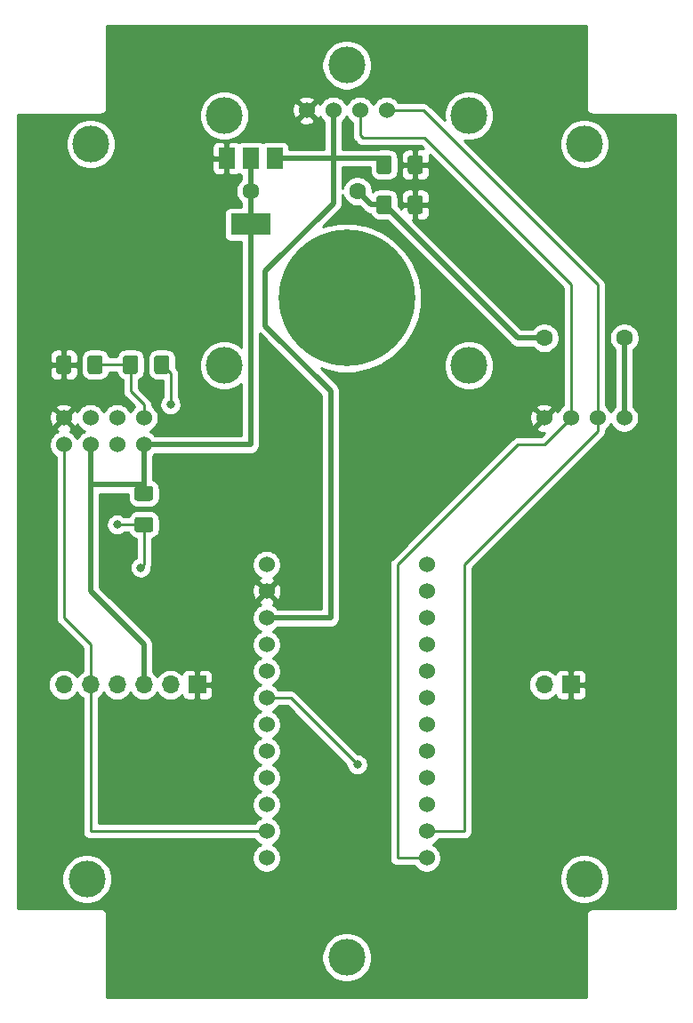
<source format=gbr>
G04 #@! TF.GenerationSoftware,KiCad,Pcbnew,5.1.4+dfsg1-1*
G04 #@! TF.CreationDate,2020-03-30T20:01:31+11:00*
G04 #@! TF.ProjectId,temp0_schematic,74656d70-305f-4736-9368-656d61746963,rev?*
G04 #@! TF.SameCoordinates,Original*
G04 #@! TF.FileFunction,Copper,L2,Bot*
G04 #@! TF.FilePolarity,Positive*
%FSLAX46Y46*%
G04 Gerber Fmt 4.6, Leading zero omitted, Abs format (unit mm)*
G04 Created by KiCad (PCBNEW 5.1.4+dfsg1-1) date 2020-03-30 20:01:31*
%MOMM*%
%LPD*%
G04 APERTURE LIST*
%ADD10O,1.700000X1.700000*%
%ADD11R,1.700000X1.700000*%
%ADD12R,1.500000X2.000000*%
%ADD13R,3.800000X2.000000*%
%ADD14C,1.524000*%
%ADD15C,3.500000*%
%ADD16C,0.100000*%
%ADD17C,1.425000*%
%ADD18C,13.000000*%
%ADD19C,1.600000*%
%ADD20C,0.800000*%
%ADD21C,0.500000*%
%ADD22C,0.250000*%
%ADD23C,0.254000*%
G04 APERTURE END LIST*
D10*
X161290000Y-114300000D03*
D11*
X163830000Y-114300000D03*
X128270000Y-114300000D03*
D10*
X125730000Y-114300000D03*
X123190000Y-114300000D03*
X120650000Y-114300000D03*
X118110000Y-114300000D03*
X115570000Y-114300000D03*
D12*
X131050000Y-64160000D03*
X135650000Y-64160000D03*
X133350000Y-64160000D03*
D13*
X133350000Y-70460000D03*
D14*
X150110000Y-130810000D03*
X150110000Y-128270000D03*
X150110000Y-125730000D03*
X150110000Y-123190000D03*
X150110000Y-120650000D03*
X150110000Y-118110000D03*
X150110000Y-115570000D03*
X150110000Y-113030000D03*
X150110000Y-110490000D03*
X150110000Y-107950000D03*
X150110000Y-105410000D03*
X150110000Y-102870000D03*
X134870000Y-130810000D03*
X134870000Y-128270000D03*
X134870000Y-125730000D03*
X134870000Y-123190000D03*
X134870000Y-120650000D03*
X134870000Y-118110000D03*
X134870000Y-115570000D03*
X134870000Y-113030000D03*
X134870000Y-110490000D03*
X134870000Y-107950000D03*
X134870000Y-105410000D03*
X134870000Y-102870000D03*
X168910000Y-88900000D03*
X166370000Y-88900000D03*
X163830000Y-88900000D03*
X161290000Y-88900000D03*
D15*
X130840000Y-60100000D03*
X130840000Y-83900000D03*
X154140000Y-83900000D03*
X154140000Y-60100000D03*
D14*
X146300000Y-59600000D03*
X143760000Y-59600000D03*
X141220000Y-59600000D03*
X138680000Y-59600000D03*
X123190000Y-91440000D03*
X123190000Y-88900000D03*
X120650000Y-91440000D03*
X120650000Y-88900000D03*
X118110000Y-91440000D03*
X118110000Y-88900000D03*
X115570000Y-91440000D03*
X115570000Y-88900000D03*
D16*
G36*
X122407004Y-82946204D02*
G01*
X122431273Y-82949804D01*
X122455071Y-82955765D01*
X122478171Y-82964030D01*
X122500349Y-82974520D01*
X122521393Y-82987133D01*
X122541098Y-83001747D01*
X122559277Y-83018223D01*
X122575753Y-83036402D01*
X122590367Y-83056107D01*
X122602980Y-83077151D01*
X122613470Y-83099329D01*
X122621735Y-83122429D01*
X122627696Y-83146227D01*
X122631296Y-83170496D01*
X122632500Y-83195000D01*
X122632500Y-84445000D01*
X122631296Y-84469504D01*
X122627696Y-84493773D01*
X122621735Y-84517571D01*
X122613470Y-84540671D01*
X122602980Y-84562849D01*
X122590367Y-84583893D01*
X122575753Y-84603598D01*
X122559277Y-84621777D01*
X122541098Y-84638253D01*
X122521393Y-84652867D01*
X122500349Y-84665480D01*
X122478171Y-84675970D01*
X122455071Y-84684235D01*
X122431273Y-84690196D01*
X122407004Y-84693796D01*
X122382500Y-84695000D01*
X121457500Y-84695000D01*
X121432996Y-84693796D01*
X121408727Y-84690196D01*
X121384929Y-84684235D01*
X121361829Y-84675970D01*
X121339651Y-84665480D01*
X121318607Y-84652867D01*
X121298902Y-84638253D01*
X121280723Y-84621777D01*
X121264247Y-84603598D01*
X121249633Y-84583893D01*
X121237020Y-84562849D01*
X121226530Y-84540671D01*
X121218265Y-84517571D01*
X121212304Y-84493773D01*
X121208704Y-84469504D01*
X121207500Y-84445000D01*
X121207500Y-83195000D01*
X121208704Y-83170496D01*
X121212304Y-83146227D01*
X121218265Y-83122429D01*
X121226530Y-83099329D01*
X121237020Y-83077151D01*
X121249633Y-83056107D01*
X121264247Y-83036402D01*
X121280723Y-83018223D01*
X121298902Y-83001747D01*
X121318607Y-82987133D01*
X121339651Y-82974520D01*
X121361829Y-82964030D01*
X121384929Y-82955765D01*
X121408727Y-82949804D01*
X121432996Y-82946204D01*
X121457500Y-82945000D01*
X122382500Y-82945000D01*
X122407004Y-82946204D01*
X122407004Y-82946204D01*
G37*
D17*
X121920000Y-83820000D03*
D16*
G36*
X125382004Y-82946204D02*
G01*
X125406273Y-82949804D01*
X125430071Y-82955765D01*
X125453171Y-82964030D01*
X125475349Y-82974520D01*
X125496393Y-82987133D01*
X125516098Y-83001747D01*
X125534277Y-83018223D01*
X125550753Y-83036402D01*
X125565367Y-83056107D01*
X125577980Y-83077151D01*
X125588470Y-83099329D01*
X125596735Y-83122429D01*
X125602696Y-83146227D01*
X125606296Y-83170496D01*
X125607500Y-83195000D01*
X125607500Y-84445000D01*
X125606296Y-84469504D01*
X125602696Y-84493773D01*
X125596735Y-84517571D01*
X125588470Y-84540671D01*
X125577980Y-84562849D01*
X125565367Y-84583893D01*
X125550753Y-84603598D01*
X125534277Y-84621777D01*
X125516098Y-84638253D01*
X125496393Y-84652867D01*
X125475349Y-84665480D01*
X125453171Y-84675970D01*
X125430071Y-84684235D01*
X125406273Y-84690196D01*
X125382004Y-84693796D01*
X125357500Y-84695000D01*
X124432500Y-84695000D01*
X124407996Y-84693796D01*
X124383727Y-84690196D01*
X124359929Y-84684235D01*
X124336829Y-84675970D01*
X124314651Y-84665480D01*
X124293607Y-84652867D01*
X124273902Y-84638253D01*
X124255723Y-84621777D01*
X124239247Y-84603598D01*
X124224633Y-84583893D01*
X124212020Y-84562849D01*
X124201530Y-84540671D01*
X124193265Y-84517571D01*
X124187304Y-84493773D01*
X124183704Y-84469504D01*
X124182500Y-84445000D01*
X124182500Y-83195000D01*
X124183704Y-83170496D01*
X124187304Y-83146227D01*
X124193265Y-83122429D01*
X124201530Y-83099329D01*
X124212020Y-83077151D01*
X124224633Y-83056107D01*
X124239247Y-83036402D01*
X124255723Y-83018223D01*
X124273902Y-83001747D01*
X124293607Y-82987133D01*
X124314651Y-82974520D01*
X124336829Y-82964030D01*
X124359929Y-82955765D01*
X124383727Y-82949804D01*
X124407996Y-82946204D01*
X124432500Y-82945000D01*
X125357500Y-82945000D01*
X125382004Y-82946204D01*
X125382004Y-82946204D01*
G37*
D17*
X124895000Y-83820000D03*
D16*
G36*
X116057004Y-82946204D02*
G01*
X116081273Y-82949804D01*
X116105071Y-82955765D01*
X116128171Y-82964030D01*
X116150349Y-82974520D01*
X116171393Y-82987133D01*
X116191098Y-83001747D01*
X116209277Y-83018223D01*
X116225753Y-83036402D01*
X116240367Y-83056107D01*
X116252980Y-83077151D01*
X116263470Y-83099329D01*
X116271735Y-83122429D01*
X116277696Y-83146227D01*
X116281296Y-83170496D01*
X116282500Y-83195000D01*
X116282500Y-84445000D01*
X116281296Y-84469504D01*
X116277696Y-84493773D01*
X116271735Y-84517571D01*
X116263470Y-84540671D01*
X116252980Y-84562849D01*
X116240367Y-84583893D01*
X116225753Y-84603598D01*
X116209277Y-84621777D01*
X116191098Y-84638253D01*
X116171393Y-84652867D01*
X116150349Y-84665480D01*
X116128171Y-84675970D01*
X116105071Y-84684235D01*
X116081273Y-84690196D01*
X116057004Y-84693796D01*
X116032500Y-84695000D01*
X115107500Y-84695000D01*
X115082996Y-84693796D01*
X115058727Y-84690196D01*
X115034929Y-84684235D01*
X115011829Y-84675970D01*
X114989651Y-84665480D01*
X114968607Y-84652867D01*
X114948902Y-84638253D01*
X114930723Y-84621777D01*
X114914247Y-84603598D01*
X114899633Y-84583893D01*
X114887020Y-84562849D01*
X114876530Y-84540671D01*
X114868265Y-84517571D01*
X114862304Y-84493773D01*
X114858704Y-84469504D01*
X114857500Y-84445000D01*
X114857500Y-83195000D01*
X114858704Y-83170496D01*
X114862304Y-83146227D01*
X114868265Y-83122429D01*
X114876530Y-83099329D01*
X114887020Y-83077151D01*
X114899633Y-83056107D01*
X114914247Y-83036402D01*
X114930723Y-83018223D01*
X114948902Y-83001747D01*
X114968607Y-82987133D01*
X114989651Y-82974520D01*
X115011829Y-82964030D01*
X115034929Y-82955765D01*
X115058727Y-82949804D01*
X115082996Y-82946204D01*
X115107500Y-82945000D01*
X116032500Y-82945000D01*
X116057004Y-82946204D01*
X116057004Y-82946204D01*
G37*
D17*
X115570000Y-83820000D03*
D16*
G36*
X119032004Y-82946204D02*
G01*
X119056273Y-82949804D01*
X119080071Y-82955765D01*
X119103171Y-82964030D01*
X119125349Y-82974520D01*
X119146393Y-82987133D01*
X119166098Y-83001747D01*
X119184277Y-83018223D01*
X119200753Y-83036402D01*
X119215367Y-83056107D01*
X119227980Y-83077151D01*
X119238470Y-83099329D01*
X119246735Y-83122429D01*
X119252696Y-83146227D01*
X119256296Y-83170496D01*
X119257500Y-83195000D01*
X119257500Y-84445000D01*
X119256296Y-84469504D01*
X119252696Y-84493773D01*
X119246735Y-84517571D01*
X119238470Y-84540671D01*
X119227980Y-84562849D01*
X119215367Y-84583893D01*
X119200753Y-84603598D01*
X119184277Y-84621777D01*
X119166098Y-84638253D01*
X119146393Y-84652867D01*
X119125349Y-84665480D01*
X119103171Y-84675970D01*
X119080071Y-84684235D01*
X119056273Y-84690196D01*
X119032004Y-84693796D01*
X119007500Y-84695000D01*
X118082500Y-84695000D01*
X118057996Y-84693796D01*
X118033727Y-84690196D01*
X118009929Y-84684235D01*
X117986829Y-84675970D01*
X117964651Y-84665480D01*
X117943607Y-84652867D01*
X117923902Y-84638253D01*
X117905723Y-84621777D01*
X117889247Y-84603598D01*
X117874633Y-84583893D01*
X117862020Y-84562849D01*
X117851530Y-84540671D01*
X117843265Y-84517571D01*
X117837304Y-84493773D01*
X117833704Y-84469504D01*
X117832500Y-84445000D01*
X117832500Y-83195000D01*
X117833704Y-83170496D01*
X117837304Y-83146227D01*
X117843265Y-83122429D01*
X117851530Y-83099329D01*
X117862020Y-83077151D01*
X117874633Y-83056107D01*
X117889247Y-83036402D01*
X117905723Y-83018223D01*
X117923902Y-83001747D01*
X117943607Y-82987133D01*
X117964651Y-82974520D01*
X117986829Y-82964030D01*
X118009929Y-82955765D01*
X118033727Y-82949804D01*
X118057996Y-82946204D01*
X118082500Y-82945000D01*
X119007500Y-82945000D01*
X119032004Y-82946204D01*
X119032004Y-82946204D01*
G37*
D17*
X118545000Y-83820000D03*
D16*
G36*
X123839504Y-98348704D02*
G01*
X123863773Y-98352304D01*
X123887571Y-98358265D01*
X123910671Y-98366530D01*
X123932849Y-98377020D01*
X123953893Y-98389633D01*
X123973598Y-98404247D01*
X123991777Y-98420723D01*
X124008253Y-98438902D01*
X124022867Y-98458607D01*
X124035480Y-98479651D01*
X124045970Y-98501829D01*
X124054235Y-98524929D01*
X124060196Y-98548727D01*
X124063796Y-98572996D01*
X124065000Y-98597500D01*
X124065000Y-99522500D01*
X124063796Y-99547004D01*
X124060196Y-99571273D01*
X124054235Y-99595071D01*
X124045970Y-99618171D01*
X124035480Y-99640349D01*
X124022867Y-99661393D01*
X124008253Y-99681098D01*
X123991777Y-99699277D01*
X123973598Y-99715753D01*
X123953893Y-99730367D01*
X123932849Y-99742980D01*
X123910671Y-99753470D01*
X123887571Y-99761735D01*
X123863773Y-99767696D01*
X123839504Y-99771296D01*
X123815000Y-99772500D01*
X122565000Y-99772500D01*
X122540496Y-99771296D01*
X122516227Y-99767696D01*
X122492429Y-99761735D01*
X122469329Y-99753470D01*
X122447151Y-99742980D01*
X122426107Y-99730367D01*
X122406402Y-99715753D01*
X122388223Y-99699277D01*
X122371747Y-99681098D01*
X122357133Y-99661393D01*
X122344520Y-99640349D01*
X122334030Y-99618171D01*
X122325765Y-99595071D01*
X122319804Y-99571273D01*
X122316204Y-99547004D01*
X122315000Y-99522500D01*
X122315000Y-98597500D01*
X122316204Y-98572996D01*
X122319804Y-98548727D01*
X122325765Y-98524929D01*
X122334030Y-98501829D01*
X122344520Y-98479651D01*
X122357133Y-98458607D01*
X122371747Y-98438902D01*
X122388223Y-98420723D01*
X122406402Y-98404247D01*
X122426107Y-98389633D01*
X122447151Y-98377020D01*
X122469329Y-98366530D01*
X122492429Y-98358265D01*
X122516227Y-98352304D01*
X122540496Y-98348704D01*
X122565000Y-98347500D01*
X123815000Y-98347500D01*
X123839504Y-98348704D01*
X123839504Y-98348704D01*
G37*
D17*
X123190000Y-99060000D03*
D16*
G36*
X123839504Y-95373704D02*
G01*
X123863773Y-95377304D01*
X123887571Y-95383265D01*
X123910671Y-95391530D01*
X123932849Y-95402020D01*
X123953893Y-95414633D01*
X123973598Y-95429247D01*
X123991777Y-95445723D01*
X124008253Y-95463902D01*
X124022867Y-95483607D01*
X124035480Y-95504651D01*
X124045970Y-95526829D01*
X124054235Y-95549929D01*
X124060196Y-95573727D01*
X124063796Y-95597996D01*
X124065000Y-95622500D01*
X124065000Y-96547500D01*
X124063796Y-96572004D01*
X124060196Y-96596273D01*
X124054235Y-96620071D01*
X124045970Y-96643171D01*
X124035480Y-96665349D01*
X124022867Y-96686393D01*
X124008253Y-96706098D01*
X123991777Y-96724277D01*
X123973598Y-96740753D01*
X123953893Y-96755367D01*
X123932849Y-96767980D01*
X123910671Y-96778470D01*
X123887571Y-96786735D01*
X123863773Y-96792696D01*
X123839504Y-96796296D01*
X123815000Y-96797500D01*
X122565000Y-96797500D01*
X122540496Y-96796296D01*
X122516227Y-96792696D01*
X122492429Y-96786735D01*
X122469329Y-96778470D01*
X122447151Y-96767980D01*
X122426107Y-96755367D01*
X122406402Y-96740753D01*
X122388223Y-96724277D01*
X122371747Y-96706098D01*
X122357133Y-96686393D01*
X122344520Y-96665349D01*
X122334030Y-96643171D01*
X122325765Y-96620071D01*
X122319804Y-96596273D01*
X122316204Y-96572004D01*
X122315000Y-96547500D01*
X122315000Y-95622500D01*
X122316204Y-95597996D01*
X122319804Y-95573727D01*
X122325765Y-95549929D01*
X122334030Y-95526829D01*
X122344520Y-95504651D01*
X122357133Y-95483607D01*
X122371747Y-95463902D01*
X122388223Y-95445723D01*
X122406402Y-95429247D01*
X122426107Y-95414633D01*
X122447151Y-95402020D01*
X122469329Y-95391530D01*
X122492429Y-95383265D01*
X122516227Y-95377304D01*
X122540496Y-95373704D01*
X122565000Y-95372500D01*
X123815000Y-95372500D01*
X123839504Y-95373704D01*
X123839504Y-95373704D01*
G37*
D17*
X123190000Y-96085000D03*
D16*
G36*
X149512004Y-67706204D02*
G01*
X149536273Y-67709804D01*
X149560071Y-67715765D01*
X149583171Y-67724030D01*
X149605349Y-67734520D01*
X149626393Y-67747133D01*
X149646098Y-67761747D01*
X149664277Y-67778223D01*
X149680753Y-67796402D01*
X149695367Y-67816107D01*
X149707980Y-67837151D01*
X149718470Y-67859329D01*
X149726735Y-67882429D01*
X149732696Y-67906227D01*
X149736296Y-67930496D01*
X149737500Y-67955000D01*
X149737500Y-69205000D01*
X149736296Y-69229504D01*
X149732696Y-69253773D01*
X149726735Y-69277571D01*
X149718470Y-69300671D01*
X149707980Y-69322849D01*
X149695367Y-69343893D01*
X149680753Y-69363598D01*
X149664277Y-69381777D01*
X149646098Y-69398253D01*
X149626393Y-69412867D01*
X149605349Y-69425480D01*
X149583171Y-69435970D01*
X149560071Y-69444235D01*
X149536273Y-69450196D01*
X149512004Y-69453796D01*
X149487500Y-69455000D01*
X148562500Y-69455000D01*
X148537996Y-69453796D01*
X148513727Y-69450196D01*
X148489929Y-69444235D01*
X148466829Y-69435970D01*
X148444651Y-69425480D01*
X148423607Y-69412867D01*
X148403902Y-69398253D01*
X148385723Y-69381777D01*
X148369247Y-69363598D01*
X148354633Y-69343893D01*
X148342020Y-69322849D01*
X148331530Y-69300671D01*
X148323265Y-69277571D01*
X148317304Y-69253773D01*
X148313704Y-69229504D01*
X148312500Y-69205000D01*
X148312500Y-67955000D01*
X148313704Y-67930496D01*
X148317304Y-67906227D01*
X148323265Y-67882429D01*
X148331530Y-67859329D01*
X148342020Y-67837151D01*
X148354633Y-67816107D01*
X148369247Y-67796402D01*
X148385723Y-67778223D01*
X148403902Y-67761747D01*
X148423607Y-67747133D01*
X148444651Y-67734520D01*
X148466829Y-67724030D01*
X148489929Y-67715765D01*
X148513727Y-67709804D01*
X148537996Y-67706204D01*
X148562500Y-67705000D01*
X149487500Y-67705000D01*
X149512004Y-67706204D01*
X149512004Y-67706204D01*
G37*
D17*
X149025000Y-68580000D03*
D16*
G36*
X146537004Y-67706204D02*
G01*
X146561273Y-67709804D01*
X146585071Y-67715765D01*
X146608171Y-67724030D01*
X146630349Y-67734520D01*
X146651393Y-67747133D01*
X146671098Y-67761747D01*
X146689277Y-67778223D01*
X146705753Y-67796402D01*
X146720367Y-67816107D01*
X146732980Y-67837151D01*
X146743470Y-67859329D01*
X146751735Y-67882429D01*
X146757696Y-67906227D01*
X146761296Y-67930496D01*
X146762500Y-67955000D01*
X146762500Y-69205000D01*
X146761296Y-69229504D01*
X146757696Y-69253773D01*
X146751735Y-69277571D01*
X146743470Y-69300671D01*
X146732980Y-69322849D01*
X146720367Y-69343893D01*
X146705753Y-69363598D01*
X146689277Y-69381777D01*
X146671098Y-69398253D01*
X146651393Y-69412867D01*
X146630349Y-69425480D01*
X146608171Y-69435970D01*
X146585071Y-69444235D01*
X146561273Y-69450196D01*
X146537004Y-69453796D01*
X146512500Y-69455000D01*
X145587500Y-69455000D01*
X145562996Y-69453796D01*
X145538727Y-69450196D01*
X145514929Y-69444235D01*
X145491829Y-69435970D01*
X145469651Y-69425480D01*
X145448607Y-69412867D01*
X145428902Y-69398253D01*
X145410723Y-69381777D01*
X145394247Y-69363598D01*
X145379633Y-69343893D01*
X145367020Y-69322849D01*
X145356530Y-69300671D01*
X145348265Y-69277571D01*
X145342304Y-69253773D01*
X145338704Y-69229504D01*
X145337500Y-69205000D01*
X145337500Y-67955000D01*
X145338704Y-67930496D01*
X145342304Y-67906227D01*
X145348265Y-67882429D01*
X145356530Y-67859329D01*
X145367020Y-67837151D01*
X145379633Y-67816107D01*
X145394247Y-67796402D01*
X145410723Y-67778223D01*
X145428902Y-67761747D01*
X145448607Y-67747133D01*
X145469651Y-67734520D01*
X145491829Y-67724030D01*
X145514929Y-67715765D01*
X145538727Y-67709804D01*
X145562996Y-67706204D01*
X145587500Y-67705000D01*
X146512500Y-67705000D01*
X146537004Y-67706204D01*
X146537004Y-67706204D01*
G37*
D17*
X146050000Y-68580000D03*
D16*
G36*
X149512004Y-63896204D02*
G01*
X149536273Y-63899804D01*
X149560071Y-63905765D01*
X149583171Y-63914030D01*
X149605349Y-63924520D01*
X149626393Y-63937133D01*
X149646098Y-63951747D01*
X149664277Y-63968223D01*
X149680753Y-63986402D01*
X149695367Y-64006107D01*
X149707980Y-64027151D01*
X149718470Y-64049329D01*
X149726735Y-64072429D01*
X149732696Y-64096227D01*
X149736296Y-64120496D01*
X149737500Y-64145000D01*
X149737500Y-65395000D01*
X149736296Y-65419504D01*
X149732696Y-65443773D01*
X149726735Y-65467571D01*
X149718470Y-65490671D01*
X149707980Y-65512849D01*
X149695367Y-65533893D01*
X149680753Y-65553598D01*
X149664277Y-65571777D01*
X149646098Y-65588253D01*
X149626393Y-65602867D01*
X149605349Y-65615480D01*
X149583171Y-65625970D01*
X149560071Y-65634235D01*
X149536273Y-65640196D01*
X149512004Y-65643796D01*
X149487500Y-65645000D01*
X148562500Y-65645000D01*
X148537996Y-65643796D01*
X148513727Y-65640196D01*
X148489929Y-65634235D01*
X148466829Y-65625970D01*
X148444651Y-65615480D01*
X148423607Y-65602867D01*
X148403902Y-65588253D01*
X148385723Y-65571777D01*
X148369247Y-65553598D01*
X148354633Y-65533893D01*
X148342020Y-65512849D01*
X148331530Y-65490671D01*
X148323265Y-65467571D01*
X148317304Y-65443773D01*
X148313704Y-65419504D01*
X148312500Y-65395000D01*
X148312500Y-64145000D01*
X148313704Y-64120496D01*
X148317304Y-64096227D01*
X148323265Y-64072429D01*
X148331530Y-64049329D01*
X148342020Y-64027151D01*
X148354633Y-64006107D01*
X148369247Y-63986402D01*
X148385723Y-63968223D01*
X148403902Y-63951747D01*
X148423607Y-63937133D01*
X148444651Y-63924520D01*
X148466829Y-63914030D01*
X148489929Y-63905765D01*
X148513727Y-63899804D01*
X148537996Y-63896204D01*
X148562500Y-63895000D01*
X149487500Y-63895000D01*
X149512004Y-63896204D01*
X149512004Y-63896204D01*
G37*
D17*
X149025000Y-64770000D03*
D16*
G36*
X146537004Y-63896204D02*
G01*
X146561273Y-63899804D01*
X146585071Y-63905765D01*
X146608171Y-63914030D01*
X146630349Y-63924520D01*
X146651393Y-63937133D01*
X146671098Y-63951747D01*
X146689277Y-63968223D01*
X146705753Y-63986402D01*
X146720367Y-64006107D01*
X146732980Y-64027151D01*
X146743470Y-64049329D01*
X146751735Y-64072429D01*
X146757696Y-64096227D01*
X146761296Y-64120496D01*
X146762500Y-64145000D01*
X146762500Y-65395000D01*
X146761296Y-65419504D01*
X146757696Y-65443773D01*
X146751735Y-65467571D01*
X146743470Y-65490671D01*
X146732980Y-65512849D01*
X146720367Y-65533893D01*
X146705753Y-65553598D01*
X146689277Y-65571777D01*
X146671098Y-65588253D01*
X146651393Y-65602867D01*
X146630349Y-65615480D01*
X146608171Y-65625970D01*
X146585071Y-65634235D01*
X146561273Y-65640196D01*
X146537004Y-65643796D01*
X146512500Y-65645000D01*
X145587500Y-65645000D01*
X145562996Y-65643796D01*
X145538727Y-65640196D01*
X145514929Y-65634235D01*
X145491829Y-65625970D01*
X145469651Y-65615480D01*
X145448607Y-65602867D01*
X145428902Y-65588253D01*
X145410723Y-65571777D01*
X145394247Y-65553598D01*
X145379633Y-65533893D01*
X145367020Y-65512849D01*
X145356530Y-65490671D01*
X145348265Y-65467571D01*
X145342304Y-65443773D01*
X145338704Y-65419504D01*
X145337500Y-65395000D01*
X145337500Y-64145000D01*
X145338704Y-64120496D01*
X145342304Y-64096227D01*
X145348265Y-64072429D01*
X145356530Y-64049329D01*
X145367020Y-64027151D01*
X145379633Y-64006107D01*
X145394247Y-63986402D01*
X145410723Y-63968223D01*
X145428902Y-63951747D01*
X145448607Y-63937133D01*
X145469651Y-63924520D01*
X145491829Y-63914030D01*
X145514929Y-63905765D01*
X145538727Y-63899804D01*
X145562996Y-63896204D01*
X145587500Y-63895000D01*
X146512500Y-63895000D01*
X146537004Y-63896204D01*
X146537004Y-63896204D01*
G37*
D17*
X146050000Y-64770000D03*
D15*
X117760000Y-132800000D03*
X142490000Y-140300000D03*
X165100000Y-132800000D03*
X165100000Y-62800000D03*
X142490000Y-55300000D03*
X118110000Y-62800000D03*
D18*
X142490000Y-77470000D03*
D19*
X143510000Y-67310000D03*
X133350000Y-67310000D03*
X168910000Y-81280000D03*
X161290000Y-81280000D03*
D20*
X143510000Y-121920000D03*
X122900000Y-103160000D03*
X120650000Y-99060000D03*
X125730000Y-87630000D03*
D21*
X141220000Y-68453998D02*
X134743998Y-74930000D01*
X141220000Y-59600000D02*
X141220000Y-68453998D01*
X134743998Y-74930000D02*
X134743998Y-80133998D01*
X134743998Y-80133998D02*
X140970000Y-86360000D01*
X140970000Y-86360000D02*
X140970000Y-107950000D01*
X140970000Y-107950000D02*
X134870000Y-107950000D01*
X145440000Y-64160000D02*
X146050000Y-64770000D01*
X135650000Y-64160000D02*
X145440000Y-64160000D01*
X123190000Y-96085000D02*
X123190000Y-91440000D01*
X118110000Y-91440000D02*
X118110000Y-95250000D01*
X118110000Y-95250000D02*
X123190000Y-95250000D01*
X123190000Y-95250000D02*
X123190000Y-96085000D01*
X146050000Y-68580000D02*
X144780000Y-68580000D01*
X144780000Y-68580000D02*
X143510000Y-67310000D01*
X133350000Y-67310000D02*
X133350000Y-64160000D01*
X133350000Y-70460000D02*
X133350000Y-67310000D01*
X168910000Y-88900000D02*
X168910000Y-81280000D01*
X158750000Y-81280000D02*
X146050000Y-68580000D01*
X161290000Y-81280000D02*
X158750000Y-81280000D01*
X133350000Y-70460000D02*
X133350000Y-91440000D01*
X133350000Y-91440000D02*
X123190000Y-91440000D01*
X123190000Y-114300000D02*
X123190000Y-110490000D01*
X123190000Y-110490000D02*
X118110000Y-105410000D01*
X118110000Y-105410000D02*
X118110000Y-95250000D01*
D22*
X137160000Y-115570000D02*
X134870000Y-115570000D01*
X143510000Y-121920000D02*
X137160000Y-115570000D01*
X123190000Y-102870000D02*
X122900000Y-103160000D01*
X123190000Y-99060000D02*
X123190000Y-102870000D01*
X123190000Y-99060000D02*
X120650000Y-99060000D01*
X118545000Y-83820000D02*
X121920000Y-83820000D01*
X123190000Y-88900000D02*
X123190000Y-87630000D01*
X123190000Y-87630000D02*
X121920000Y-86360000D01*
X121920000Y-86360000D02*
X121920000Y-83820000D01*
X125730000Y-84655000D02*
X124895000Y-83820000D01*
X125730000Y-87630000D02*
X125730000Y-84655000D01*
X163830000Y-76200000D02*
X163830000Y-88900000D01*
X149860000Y-62230000D02*
X163830000Y-76200000D01*
X143760000Y-59600000D02*
X143760000Y-61980000D01*
X144010000Y-62230000D02*
X149860000Y-62230000D01*
X143760000Y-61980000D02*
X144010000Y-62230000D01*
X161290000Y-91440000D02*
X163830000Y-88900000D01*
X147320000Y-102870000D02*
X158750000Y-91440000D01*
X158750000Y-91440000D02*
X161290000Y-91440000D01*
X150110000Y-130810000D02*
X147320000Y-130810000D01*
X147320000Y-130810000D02*
X147320000Y-102870000D01*
X149770000Y-59600000D02*
X146300000Y-59600000D01*
X166370000Y-88900000D02*
X166370000Y-76200000D01*
X166370000Y-76200000D02*
X149770000Y-59600000D01*
X166370000Y-90170000D02*
X166370000Y-88900000D01*
X153670000Y-102870000D02*
X166370000Y-90170000D01*
X153670000Y-128270000D02*
X153670000Y-102870000D01*
X150110000Y-128270000D02*
X153670000Y-128270000D01*
X134870000Y-128270000D02*
X118110000Y-128270000D01*
X118110000Y-128270000D02*
X118110000Y-114300000D01*
X118110000Y-114300000D02*
X118110000Y-110490000D01*
X118110000Y-110490000D02*
X115570000Y-107950000D01*
X115570000Y-107950000D02*
X115570000Y-91440000D01*
D23*
G36*
X165280001Y-59265113D02*
G01*
X165276565Y-59300000D01*
X165290273Y-59439184D01*
X165330872Y-59573020D01*
X165396800Y-59696363D01*
X165485525Y-59804475D01*
X165593637Y-59893200D01*
X165716980Y-59959128D01*
X165850816Y-59999727D01*
X165955123Y-60010000D01*
X165990000Y-60013435D01*
X166024877Y-60010000D01*
X173780001Y-60010000D01*
X173780000Y-135590000D01*
X166024877Y-135590000D01*
X165990000Y-135586565D01*
X165955123Y-135590000D01*
X165850816Y-135600273D01*
X165716980Y-135640872D01*
X165593637Y-135706800D01*
X165485525Y-135795525D01*
X165396800Y-135903637D01*
X165330872Y-136026980D01*
X165290273Y-136160816D01*
X165276565Y-136300000D01*
X165280000Y-136334876D01*
X165280001Y-144090000D01*
X119700000Y-144090000D01*
X119700000Y-140065098D01*
X140105000Y-140065098D01*
X140105000Y-140534902D01*
X140196654Y-140995679D01*
X140376440Y-141429721D01*
X140637450Y-141820349D01*
X140969651Y-142152550D01*
X141360279Y-142413560D01*
X141794321Y-142593346D01*
X142255098Y-142685000D01*
X142724902Y-142685000D01*
X143185679Y-142593346D01*
X143619721Y-142413560D01*
X144010349Y-142152550D01*
X144342550Y-141820349D01*
X144603560Y-141429721D01*
X144783346Y-140995679D01*
X144875000Y-140534902D01*
X144875000Y-140065098D01*
X144783346Y-139604321D01*
X144603560Y-139170279D01*
X144342550Y-138779651D01*
X144010349Y-138447450D01*
X143619721Y-138186440D01*
X143185679Y-138006654D01*
X142724902Y-137915000D01*
X142255098Y-137915000D01*
X141794321Y-138006654D01*
X141360279Y-138186440D01*
X140969651Y-138447450D01*
X140637450Y-138779651D01*
X140376440Y-139170279D01*
X140196654Y-139604321D01*
X140105000Y-140065098D01*
X119700000Y-140065098D01*
X119700000Y-136334876D01*
X119703435Y-136300000D01*
X119689727Y-136160816D01*
X119649128Y-136026980D01*
X119583200Y-135903637D01*
X119494475Y-135795525D01*
X119386363Y-135706800D01*
X119263020Y-135640872D01*
X119129184Y-135600273D01*
X119024877Y-135590000D01*
X118990000Y-135586565D01*
X118955123Y-135590000D01*
X111200000Y-135590000D01*
X111200000Y-132565098D01*
X115375000Y-132565098D01*
X115375000Y-133034902D01*
X115466654Y-133495679D01*
X115646440Y-133929721D01*
X115907450Y-134320349D01*
X116239651Y-134652550D01*
X116630279Y-134913560D01*
X117064321Y-135093346D01*
X117525098Y-135185000D01*
X117994902Y-135185000D01*
X118455679Y-135093346D01*
X118889721Y-134913560D01*
X119280349Y-134652550D01*
X119612550Y-134320349D01*
X119873560Y-133929721D01*
X120053346Y-133495679D01*
X120145000Y-133034902D01*
X120145000Y-132565098D01*
X162715000Y-132565098D01*
X162715000Y-133034902D01*
X162806654Y-133495679D01*
X162986440Y-133929721D01*
X163247450Y-134320349D01*
X163579651Y-134652550D01*
X163970279Y-134913560D01*
X164404321Y-135093346D01*
X164865098Y-135185000D01*
X165334902Y-135185000D01*
X165795679Y-135093346D01*
X166229721Y-134913560D01*
X166620349Y-134652550D01*
X166952550Y-134320349D01*
X167213560Y-133929721D01*
X167393346Y-133495679D01*
X167485000Y-133034902D01*
X167485000Y-132565098D01*
X167393346Y-132104321D01*
X167213560Y-131670279D01*
X166952550Y-131279651D01*
X166620349Y-130947450D01*
X166229721Y-130686440D01*
X165795679Y-130506654D01*
X165334902Y-130415000D01*
X164865098Y-130415000D01*
X164404321Y-130506654D01*
X163970279Y-130686440D01*
X163579651Y-130947450D01*
X163247450Y-131279651D01*
X162986440Y-131670279D01*
X162806654Y-132104321D01*
X162715000Y-132565098D01*
X120145000Y-132565098D01*
X120053346Y-132104321D01*
X119873560Y-131670279D01*
X119612550Y-131279651D01*
X119280349Y-130947450D01*
X118889721Y-130686440D01*
X118455679Y-130506654D01*
X117994902Y-130415000D01*
X117525098Y-130415000D01*
X117064321Y-130506654D01*
X116630279Y-130686440D01*
X116239651Y-130947450D01*
X115907450Y-131279651D01*
X115646440Y-131670279D01*
X115466654Y-132104321D01*
X115375000Y-132565098D01*
X111200000Y-132565098D01*
X111200000Y-114300000D01*
X114077815Y-114300000D01*
X114106487Y-114591111D01*
X114191401Y-114871034D01*
X114329294Y-115129014D01*
X114514866Y-115355134D01*
X114740986Y-115540706D01*
X114998966Y-115678599D01*
X115278889Y-115763513D01*
X115497050Y-115785000D01*
X115642950Y-115785000D01*
X115861111Y-115763513D01*
X116141034Y-115678599D01*
X116399014Y-115540706D01*
X116625134Y-115355134D01*
X116810706Y-115129014D01*
X116840000Y-115074209D01*
X116869294Y-115129014D01*
X117054866Y-115355134D01*
X117280986Y-115540706D01*
X117350001Y-115577595D01*
X117350000Y-128232667D01*
X117346323Y-128270000D01*
X117360997Y-128418986D01*
X117404454Y-128562247D01*
X117475026Y-128694276D01*
X117569999Y-128810001D01*
X117685724Y-128904974D01*
X117817753Y-128975546D01*
X117961014Y-129019003D01*
X118110000Y-129033677D01*
X118147333Y-129030000D01*
X133697659Y-129030000D01*
X133784880Y-129160535D01*
X133979465Y-129355120D01*
X134208273Y-129508005D01*
X134285515Y-129540000D01*
X134208273Y-129571995D01*
X133979465Y-129724880D01*
X133784880Y-129919465D01*
X133631995Y-130148273D01*
X133526686Y-130402510D01*
X133473000Y-130672408D01*
X133473000Y-130947592D01*
X133526686Y-131217490D01*
X133631995Y-131471727D01*
X133784880Y-131700535D01*
X133979465Y-131895120D01*
X134208273Y-132048005D01*
X134462510Y-132153314D01*
X134732408Y-132207000D01*
X135007592Y-132207000D01*
X135277490Y-132153314D01*
X135531727Y-132048005D01*
X135760535Y-131895120D01*
X135955120Y-131700535D01*
X136108005Y-131471727D01*
X136213314Y-131217490D01*
X136267000Y-130947592D01*
X136267000Y-130672408D01*
X136213314Y-130402510D01*
X136108005Y-130148273D01*
X135955120Y-129919465D01*
X135760535Y-129724880D01*
X135531727Y-129571995D01*
X135454485Y-129540000D01*
X135531727Y-129508005D01*
X135760535Y-129355120D01*
X135955120Y-129160535D01*
X136108005Y-128931727D01*
X136213314Y-128677490D01*
X136267000Y-128407592D01*
X136267000Y-128132408D01*
X136213314Y-127862510D01*
X136108005Y-127608273D01*
X135955120Y-127379465D01*
X135760535Y-127184880D01*
X135531727Y-127031995D01*
X135454485Y-127000000D01*
X135531727Y-126968005D01*
X135760535Y-126815120D01*
X135955120Y-126620535D01*
X136108005Y-126391727D01*
X136213314Y-126137490D01*
X136267000Y-125867592D01*
X136267000Y-125592408D01*
X136213314Y-125322510D01*
X136108005Y-125068273D01*
X135955120Y-124839465D01*
X135760535Y-124644880D01*
X135531727Y-124491995D01*
X135454485Y-124460000D01*
X135531727Y-124428005D01*
X135760535Y-124275120D01*
X135955120Y-124080535D01*
X136108005Y-123851727D01*
X136213314Y-123597490D01*
X136267000Y-123327592D01*
X136267000Y-123052408D01*
X136213314Y-122782510D01*
X136108005Y-122528273D01*
X135955120Y-122299465D01*
X135760535Y-122104880D01*
X135531727Y-121951995D01*
X135454485Y-121920000D01*
X135531727Y-121888005D01*
X135760535Y-121735120D01*
X135955120Y-121540535D01*
X136108005Y-121311727D01*
X136213314Y-121057490D01*
X136267000Y-120787592D01*
X136267000Y-120512408D01*
X136213314Y-120242510D01*
X136108005Y-119988273D01*
X135955120Y-119759465D01*
X135760535Y-119564880D01*
X135531727Y-119411995D01*
X135454485Y-119380000D01*
X135531727Y-119348005D01*
X135760535Y-119195120D01*
X135955120Y-119000535D01*
X136108005Y-118771727D01*
X136213314Y-118517490D01*
X136267000Y-118247592D01*
X136267000Y-117972408D01*
X136213314Y-117702510D01*
X136108005Y-117448273D01*
X135955120Y-117219465D01*
X135760535Y-117024880D01*
X135531727Y-116871995D01*
X135454485Y-116840000D01*
X135531727Y-116808005D01*
X135760535Y-116655120D01*
X135955120Y-116460535D01*
X136042341Y-116330000D01*
X136845199Y-116330000D01*
X142475000Y-121959802D01*
X142475000Y-122021939D01*
X142514774Y-122221898D01*
X142592795Y-122410256D01*
X142706063Y-122579774D01*
X142850226Y-122723937D01*
X143019744Y-122837205D01*
X143208102Y-122915226D01*
X143408061Y-122955000D01*
X143611939Y-122955000D01*
X143811898Y-122915226D01*
X144000256Y-122837205D01*
X144169774Y-122723937D01*
X144313937Y-122579774D01*
X144427205Y-122410256D01*
X144505226Y-122221898D01*
X144545000Y-122021939D01*
X144545000Y-121818061D01*
X144505226Y-121618102D01*
X144427205Y-121429744D01*
X144313937Y-121260226D01*
X144169774Y-121116063D01*
X144000256Y-121002795D01*
X143811898Y-120924774D01*
X143611939Y-120885000D01*
X143549802Y-120885000D01*
X137723804Y-115059003D01*
X137700001Y-115029999D01*
X137584276Y-114935026D01*
X137452247Y-114864454D01*
X137308986Y-114820997D01*
X137197333Y-114810000D01*
X137197322Y-114810000D01*
X137160000Y-114806324D01*
X137122678Y-114810000D01*
X136042341Y-114810000D01*
X135955120Y-114679465D01*
X135760535Y-114484880D01*
X135531727Y-114331995D01*
X135454485Y-114300000D01*
X135531727Y-114268005D01*
X135760535Y-114115120D01*
X135955120Y-113920535D01*
X136108005Y-113691727D01*
X136213314Y-113437490D01*
X136267000Y-113167592D01*
X136267000Y-112892408D01*
X136213314Y-112622510D01*
X136108005Y-112368273D01*
X135955120Y-112139465D01*
X135760535Y-111944880D01*
X135531727Y-111791995D01*
X135454485Y-111760000D01*
X135531727Y-111728005D01*
X135760535Y-111575120D01*
X135955120Y-111380535D01*
X136108005Y-111151727D01*
X136213314Y-110897490D01*
X136267000Y-110627592D01*
X136267000Y-110352408D01*
X136213314Y-110082510D01*
X136108005Y-109828273D01*
X135955120Y-109599465D01*
X135760535Y-109404880D01*
X135531727Y-109251995D01*
X135454485Y-109220000D01*
X135531727Y-109188005D01*
X135760535Y-109035120D01*
X135955120Y-108840535D01*
X135958818Y-108835000D01*
X140926524Y-108835000D01*
X140970000Y-108839282D01*
X141143490Y-108822195D01*
X141310313Y-108771589D01*
X141464059Y-108689411D01*
X141598817Y-108578817D01*
X141709411Y-108444059D01*
X141791589Y-108290313D01*
X141842195Y-108123490D01*
X141855000Y-107993477D01*
X141859282Y-107950000D01*
X141855000Y-107906523D01*
X141855000Y-88972017D01*
X159888090Y-88972017D01*
X159929078Y-89244133D01*
X160022364Y-89503023D01*
X160084344Y-89618980D01*
X160324435Y-89685960D01*
X161110395Y-88900000D01*
X160324435Y-88114040D01*
X160084344Y-88181020D01*
X159967244Y-88430048D01*
X159900977Y-88697135D01*
X159888090Y-88972017D01*
X141855000Y-88972017D01*
X141855000Y-87934435D01*
X160504040Y-87934435D01*
X161290000Y-88720395D01*
X162075960Y-87934435D01*
X162008980Y-87694344D01*
X161759952Y-87577244D01*
X161492865Y-87510977D01*
X161217983Y-87498090D01*
X160945867Y-87539078D01*
X160686977Y-87632364D01*
X160571020Y-87694344D01*
X160504040Y-87934435D01*
X141855000Y-87934435D01*
X141855000Y-86403465D01*
X141859281Y-86359999D01*
X141855000Y-86316533D01*
X141855000Y-86316523D01*
X141842195Y-86186510D01*
X141791589Y-86019687D01*
X141709411Y-85865941D01*
X141671707Y-85819999D01*
X141626532Y-85764953D01*
X141626530Y-85764951D01*
X141598817Y-85731183D01*
X141565051Y-85703472D01*
X140039358Y-84177779D01*
X140408797Y-84330806D01*
X141787264Y-84605000D01*
X143192736Y-84605000D01*
X144571203Y-84330806D01*
X145869690Y-83792955D01*
X146061041Y-83665098D01*
X151755000Y-83665098D01*
X151755000Y-84134902D01*
X151846654Y-84595679D01*
X152026440Y-85029721D01*
X152287450Y-85420349D01*
X152619651Y-85752550D01*
X153010279Y-86013560D01*
X153444321Y-86193346D01*
X153905098Y-86285000D01*
X154374902Y-86285000D01*
X154835679Y-86193346D01*
X155269721Y-86013560D01*
X155660349Y-85752550D01*
X155992550Y-85420349D01*
X156253560Y-85029721D01*
X156433346Y-84595679D01*
X156525000Y-84134902D01*
X156525000Y-83665098D01*
X156433346Y-83204321D01*
X156253560Y-82770279D01*
X155992550Y-82379651D01*
X155660349Y-82047450D01*
X155269721Y-81786440D01*
X154835679Y-81606654D01*
X154374902Y-81515000D01*
X153905098Y-81515000D01*
X153444321Y-81606654D01*
X153010279Y-81786440D01*
X152619651Y-82047450D01*
X152287450Y-82379651D01*
X152026440Y-82770279D01*
X151846654Y-83204321D01*
X151755000Y-83665098D01*
X146061041Y-83665098D01*
X147038297Y-83012116D01*
X148032116Y-82018297D01*
X148812955Y-80849690D01*
X149350806Y-79551203D01*
X149625000Y-78172736D01*
X149625000Y-76767264D01*
X149350806Y-75388797D01*
X148812955Y-74090310D01*
X148032116Y-72921703D01*
X147038297Y-71927884D01*
X145869690Y-71147045D01*
X144571203Y-70609194D01*
X143192736Y-70335000D01*
X141787264Y-70335000D01*
X140408797Y-70609194D01*
X140251036Y-70674541D01*
X141815049Y-69110528D01*
X141848817Y-69082815D01*
X141959411Y-68948057D01*
X142041589Y-68794311D01*
X142092195Y-68627488D01*
X142105000Y-68497475D01*
X142105000Y-68497467D01*
X142109281Y-68453998D01*
X142105000Y-68410529D01*
X142105000Y-67602153D01*
X142130147Y-67728574D01*
X142238320Y-67989727D01*
X142395363Y-68224759D01*
X142595241Y-68424637D01*
X142830273Y-68581680D01*
X143091426Y-68689853D01*
X143368665Y-68745000D01*
X143651335Y-68745000D01*
X143686439Y-68738017D01*
X144123470Y-69175049D01*
X144151183Y-69208817D01*
X144184951Y-69236530D01*
X144184953Y-69236532D01*
X144232542Y-69275587D01*
X144285941Y-69319411D01*
X144439687Y-69401589D01*
X144606510Y-69452195D01*
X144736523Y-69465000D01*
X144736533Y-69465000D01*
X144742999Y-69465637D01*
X144767028Y-69544850D01*
X144849095Y-69698386D01*
X144959538Y-69832962D01*
X145094114Y-69943405D01*
X145247650Y-70025472D01*
X145414246Y-70076008D01*
X145587500Y-70093072D01*
X146311494Y-70093072D01*
X158093470Y-81875049D01*
X158121183Y-81908817D01*
X158154951Y-81936530D01*
X158154953Y-81936532D01*
X158183216Y-81959727D01*
X158255941Y-82019411D01*
X158409687Y-82101589D01*
X158576510Y-82152195D01*
X158706523Y-82165000D01*
X158706533Y-82165000D01*
X158749999Y-82169281D01*
X158793465Y-82165000D01*
X160155479Y-82165000D01*
X160175363Y-82194759D01*
X160375241Y-82394637D01*
X160610273Y-82551680D01*
X160871426Y-82659853D01*
X161148665Y-82715000D01*
X161431335Y-82715000D01*
X161708574Y-82659853D01*
X161969727Y-82551680D01*
X162204759Y-82394637D01*
X162404637Y-82194759D01*
X162561680Y-81959727D01*
X162669853Y-81698574D01*
X162725000Y-81421335D01*
X162725000Y-81138665D01*
X162669853Y-80861426D01*
X162561680Y-80600273D01*
X162404637Y-80365241D01*
X162204759Y-80165363D01*
X161969727Y-80008320D01*
X161708574Y-79900147D01*
X161431335Y-79845000D01*
X161148665Y-79845000D01*
X160871426Y-79900147D01*
X160610273Y-80008320D01*
X160375241Y-80165363D01*
X160175363Y-80365241D01*
X160155479Y-80395000D01*
X159116579Y-80395000D01*
X148775414Y-70053836D01*
X148898000Y-69931250D01*
X148898000Y-68707000D01*
X149152000Y-68707000D01*
X149152000Y-69931250D01*
X149310750Y-70090000D01*
X149737500Y-70093072D01*
X149861982Y-70080812D01*
X149981680Y-70044502D01*
X150091994Y-69985537D01*
X150188685Y-69906185D01*
X150268037Y-69809494D01*
X150327002Y-69699180D01*
X150363312Y-69579482D01*
X150375572Y-69455000D01*
X150372500Y-68865750D01*
X150213750Y-68707000D01*
X149152000Y-68707000D01*
X148898000Y-68707000D01*
X147836250Y-68707000D01*
X147677500Y-68865750D01*
X147677032Y-68955454D01*
X147400572Y-68678994D01*
X147400572Y-67955000D01*
X147383508Y-67781746D01*
X147360228Y-67705000D01*
X147674428Y-67705000D01*
X147677500Y-68294250D01*
X147836250Y-68453000D01*
X148898000Y-68453000D01*
X148898000Y-67228750D01*
X149152000Y-67228750D01*
X149152000Y-68453000D01*
X150213750Y-68453000D01*
X150372500Y-68294250D01*
X150375572Y-67705000D01*
X150363312Y-67580518D01*
X150327002Y-67460820D01*
X150268037Y-67350506D01*
X150188685Y-67253815D01*
X150091994Y-67174463D01*
X149981680Y-67115498D01*
X149861982Y-67079188D01*
X149737500Y-67066928D01*
X149310750Y-67070000D01*
X149152000Y-67228750D01*
X148898000Y-67228750D01*
X148739250Y-67070000D01*
X148312500Y-67066928D01*
X148188018Y-67079188D01*
X148068320Y-67115498D01*
X147958006Y-67174463D01*
X147861315Y-67253815D01*
X147781963Y-67350506D01*
X147722998Y-67460820D01*
X147686688Y-67580518D01*
X147674428Y-67705000D01*
X147360228Y-67705000D01*
X147332972Y-67615150D01*
X147250905Y-67461614D01*
X147140462Y-67327038D01*
X147005886Y-67216595D01*
X146852350Y-67134528D01*
X146685754Y-67083992D01*
X146512500Y-67066928D01*
X145587500Y-67066928D01*
X145414246Y-67083992D01*
X145247650Y-67134528D01*
X145094114Y-67216595D01*
X144959538Y-67327038D01*
X144945000Y-67344753D01*
X144945000Y-67168665D01*
X144889853Y-66891426D01*
X144781680Y-66630273D01*
X144624637Y-66395241D01*
X144424759Y-66195363D01*
X144189727Y-66038320D01*
X143928574Y-65930147D01*
X143651335Y-65875000D01*
X143368665Y-65875000D01*
X143091426Y-65930147D01*
X142830273Y-66038320D01*
X142595241Y-66195363D01*
X142395363Y-66395241D01*
X142238320Y-66630273D01*
X142130147Y-66891426D01*
X142105000Y-67017847D01*
X142105000Y-65045000D01*
X144699428Y-65045000D01*
X144699428Y-65395000D01*
X144716492Y-65568254D01*
X144767028Y-65734850D01*
X144849095Y-65888386D01*
X144959538Y-66022962D01*
X145094114Y-66133405D01*
X145247650Y-66215472D01*
X145414246Y-66266008D01*
X145587500Y-66283072D01*
X146512500Y-66283072D01*
X146685754Y-66266008D01*
X146852350Y-66215472D01*
X147005886Y-66133405D01*
X147140462Y-66022962D01*
X147250905Y-65888386D01*
X147332972Y-65734850D01*
X147360227Y-65645000D01*
X147674428Y-65645000D01*
X147686688Y-65769482D01*
X147722998Y-65889180D01*
X147781963Y-65999494D01*
X147861315Y-66096185D01*
X147958006Y-66175537D01*
X148068320Y-66234502D01*
X148188018Y-66270812D01*
X148312500Y-66283072D01*
X148739250Y-66280000D01*
X148898000Y-66121250D01*
X148898000Y-64897000D01*
X149152000Y-64897000D01*
X149152000Y-66121250D01*
X149310750Y-66280000D01*
X149737500Y-66283072D01*
X149861982Y-66270812D01*
X149981680Y-66234502D01*
X150091994Y-66175537D01*
X150188685Y-66096185D01*
X150268037Y-65999494D01*
X150327002Y-65889180D01*
X150363312Y-65769482D01*
X150375572Y-65645000D01*
X150372500Y-65055750D01*
X150213750Y-64897000D01*
X149152000Y-64897000D01*
X148898000Y-64897000D01*
X147836250Y-64897000D01*
X147677500Y-65055750D01*
X147674428Y-65645000D01*
X147360227Y-65645000D01*
X147383508Y-65568254D01*
X147400572Y-65395000D01*
X147400572Y-64145000D01*
X147383508Y-63971746D01*
X147360228Y-63895000D01*
X147674428Y-63895000D01*
X147677500Y-64484250D01*
X147836250Y-64643000D01*
X148898000Y-64643000D01*
X148898000Y-63418750D01*
X148739250Y-63260000D01*
X148312500Y-63256928D01*
X148188018Y-63269188D01*
X148068320Y-63305498D01*
X147958006Y-63364463D01*
X147861315Y-63443815D01*
X147781963Y-63540506D01*
X147722998Y-63650820D01*
X147686688Y-63770518D01*
X147674428Y-63895000D01*
X147360228Y-63895000D01*
X147332972Y-63805150D01*
X147250905Y-63651614D01*
X147140462Y-63517038D01*
X147005886Y-63406595D01*
X146852350Y-63324528D01*
X146685754Y-63273992D01*
X146512500Y-63256928D01*
X145587500Y-63256928D01*
X145443739Y-63271087D01*
X145440000Y-63270719D01*
X145396531Y-63275000D01*
X142105000Y-63275000D01*
X142105000Y-60688818D01*
X142110535Y-60685120D01*
X142305120Y-60490535D01*
X142458005Y-60261727D01*
X142490000Y-60184485D01*
X142521995Y-60261727D01*
X142674880Y-60490535D01*
X142869465Y-60685120D01*
X143000000Y-60772341D01*
X143000001Y-61942668D01*
X142996324Y-61980000D01*
X143010998Y-62128985D01*
X143054454Y-62272246D01*
X143125026Y-62404276D01*
X143191275Y-62485000D01*
X143220000Y-62520001D01*
X143248997Y-62543798D01*
X143446200Y-62741002D01*
X143469999Y-62770001D01*
X143585724Y-62864974D01*
X143717753Y-62935546D01*
X143861014Y-62979003D01*
X143972667Y-62990000D01*
X143972676Y-62990000D01*
X144009999Y-62993676D01*
X144047322Y-62990000D01*
X149545199Y-62990000D01*
X149820280Y-63265081D01*
X149737500Y-63256928D01*
X149310750Y-63260000D01*
X149152000Y-63418750D01*
X149152000Y-64643000D01*
X150213750Y-64643000D01*
X150372500Y-64484250D01*
X150375572Y-63895000D01*
X150367419Y-63812220D01*
X163070000Y-76514803D01*
X163070001Y-87727658D01*
X162939465Y-87814880D01*
X162744880Y-88009465D01*
X162591995Y-88238273D01*
X162562308Y-88309943D01*
X162557636Y-88296977D01*
X162495656Y-88181020D01*
X162255565Y-88114040D01*
X161469605Y-88900000D01*
X161483748Y-88914143D01*
X161304143Y-89093748D01*
X161290000Y-89079605D01*
X160504040Y-89865565D01*
X160571020Y-90105656D01*
X160820048Y-90222756D01*
X161087135Y-90289023D01*
X161353679Y-90301519D01*
X160975199Y-90680000D01*
X158787322Y-90680000D01*
X158749999Y-90676324D01*
X158712677Y-90680000D01*
X158712667Y-90680000D01*
X158601014Y-90690997D01*
X158457753Y-90734454D01*
X158325723Y-90805026D01*
X158242083Y-90873668D01*
X158209999Y-90899999D01*
X158186201Y-90928997D01*
X146808998Y-102306201D01*
X146780000Y-102329999D01*
X146756202Y-102358997D01*
X146756201Y-102358998D01*
X146685026Y-102445724D01*
X146614454Y-102577754D01*
X146570998Y-102721015D01*
X146556324Y-102870000D01*
X146560001Y-102907333D01*
X146560000Y-130772667D01*
X146556323Y-130810000D01*
X146570997Y-130958986D01*
X146614454Y-131102247D01*
X146685026Y-131234276D01*
X146779999Y-131350001D01*
X146895724Y-131444974D01*
X147027753Y-131515546D01*
X147171014Y-131559003D01*
X147320000Y-131573677D01*
X147357333Y-131570000D01*
X148937659Y-131570000D01*
X149024880Y-131700535D01*
X149219465Y-131895120D01*
X149448273Y-132048005D01*
X149702510Y-132153314D01*
X149972408Y-132207000D01*
X150247592Y-132207000D01*
X150517490Y-132153314D01*
X150771727Y-132048005D01*
X151000535Y-131895120D01*
X151195120Y-131700535D01*
X151348005Y-131471727D01*
X151453314Y-131217490D01*
X151507000Y-130947592D01*
X151507000Y-130672408D01*
X151453314Y-130402510D01*
X151348005Y-130148273D01*
X151195120Y-129919465D01*
X151000535Y-129724880D01*
X150771727Y-129571995D01*
X150694485Y-129540000D01*
X150771727Y-129508005D01*
X151000535Y-129355120D01*
X151195120Y-129160535D01*
X151282341Y-129030000D01*
X153632667Y-129030000D01*
X153670000Y-129033677D01*
X153707333Y-129030000D01*
X153818986Y-129019003D01*
X153962247Y-128975546D01*
X154094276Y-128904974D01*
X154210001Y-128810001D01*
X154304974Y-128694276D01*
X154375546Y-128562247D01*
X154419003Y-128418986D01*
X154433677Y-128270000D01*
X154430000Y-128232667D01*
X154430000Y-114300000D01*
X159797815Y-114300000D01*
X159826487Y-114591111D01*
X159911401Y-114871034D01*
X160049294Y-115129014D01*
X160234866Y-115355134D01*
X160460986Y-115540706D01*
X160718966Y-115678599D01*
X160998889Y-115763513D01*
X161217050Y-115785000D01*
X161362950Y-115785000D01*
X161581111Y-115763513D01*
X161861034Y-115678599D01*
X162119014Y-115540706D01*
X162345134Y-115355134D01*
X162369607Y-115325313D01*
X162390498Y-115394180D01*
X162449463Y-115504494D01*
X162528815Y-115601185D01*
X162625506Y-115680537D01*
X162735820Y-115739502D01*
X162855518Y-115775812D01*
X162980000Y-115788072D01*
X163544250Y-115785000D01*
X163703000Y-115626250D01*
X163703000Y-114427000D01*
X163957000Y-114427000D01*
X163957000Y-115626250D01*
X164115750Y-115785000D01*
X164680000Y-115788072D01*
X164804482Y-115775812D01*
X164924180Y-115739502D01*
X165034494Y-115680537D01*
X165131185Y-115601185D01*
X165210537Y-115504494D01*
X165269502Y-115394180D01*
X165305812Y-115274482D01*
X165318072Y-115150000D01*
X165315000Y-114585750D01*
X165156250Y-114427000D01*
X163957000Y-114427000D01*
X163703000Y-114427000D01*
X163683000Y-114427000D01*
X163683000Y-114173000D01*
X163703000Y-114173000D01*
X163703000Y-112973750D01*
X163957000Y-112973750D01*
X163957000Y-114173000D01*
X165156250Y-114173000D01*
X165315000Y-114014250D01*
X165318072Y-113450000D01*
X165305812Y-113325518D01*
X165269502Y-113205820D01*
X165210537Y-113095506D01*
X165131185Y-112998815D01*
X165034494Y-112919463D01*
X164924180Y-112860498D01*
X164804482Y-112824188D01*
X164680000Y-112811928D01*
X164115750Y-112815000D01*
X163957000Y-112973750D01*
X163703000Y-112973750D01*
X163544250Y-112815000D01*
X162980000Y-112811928D01*
X162855518Y-112824188D01*
X162735820Y-112860498D01*
X162625506Y-112919463D01*
X162528815Y-112998815D01*
X162449463Y-113095506D01*
X162390498Y-113205820D01*
X162369607Y-113274687D01*
X162345134Y-113244866D01*
X162119014Y-113059294D01*
X161861034Y-112921401D01*
X161581111Y-112836487D01*
X161362950Y-112815000D01*
X161217050Y-112815000D01*
X160998889Y-112836487D01*
X160718966Y-112921401D01*
X160460986Y-113059294D01*
X160234866Y-113244866D01*
X160049294Y-113470986D01*
X159911401Y-113728966D01*
X159826487Y-114008889D01*
X159797815Y-114300000D01*
X154430000Y-114300000D01*
X154430000Y-103184801D01*
X166881004Y-90733798D01*
X166910001Y-90710001D01*
X167004974Y-90594276D01*
X167075546Y-90462247D01*
X167119003Y-90318986D01*
X167130000Y-90207333D01*
X167130000Y-90207324D01*
X167133676Y-90170001D01*
X167130000Y-90132678D01*
X167130000Y-90072341D01*
X167260535Y-89985120D01*
X167455120Y-89790535D01*
X167608005Y-89561727D01*
X167640000Y-89484485D01*
X167671995Y-89561727D01*
X167824880Y-89790535D01*
X168019465Y-89985120D01*
X168248273Y-90138005D01*
X168502510Y-90243314D01*
X168772408Y-90297000D01*
X169047592Y-90297000D01*
X169317490Y-90243314D01*
X169571727Y-90138005D01*
X169800535Y-89985120D01*
X169995120Y-89790535D01*
X170148005Y-89561727D01*
X170253314Y-89307490D01*
X170307000Y-89037592D01*
X170307000Y-88762408D01*
X170253314Y-88492510D01*
X170148005Y-88238273D01*
X169995120Y-88009465D01*
X169800535Y-87814880D01*
X169795000Y-87811182D01*
X169795000Y-82414521D01*
X169824759Y-82394637D01*
X170024637Y-82194759D01*
X170181680Y-81959727D01*
X170289853Y-81698574D01*
X170345000Y-81421335D01*
X170345000Y-81138665D01*
X170289853Y-80861426D01*
X170181680Y-80600273D01*
X170024637Y-80365241D01*
X169824759Y-80165363D01*
X169589727Y-80008320D01*
X169328574Y-79900147D01*
X169051335Y-79845000D01*
X168768665Y-79845000D01*
X168491426Y-79900147D01*
X168230273Y-80008320D01*
X167995241Y-80165363D01*
X167795363Y-80365241D01*
X167638320Y-80600273D01*
X167530147Y-80861426D01*
X167475000Y-81138665D01*
X167475000Y-81421335D01*
X167530147Y-81698574D01*
X167638320Y-81959727D01*
X167795363Y-82194759D01*
X167995241Y-82394637D01*
X168025001Y-82414522D01*
X168025000Y-87811182D01*
X168019465Y-87814880D01*
X167824880Y-88009465D01*
X167671995Y-88238273D01*
X167640000Y-88315515D01*
X167608005Y-88238273D01*
X167455120Y-88009465D01*
X167260535Y-87814880D01*
X167130000Y-87727659D01*
X167130000Y-76237322D01*
X167133676Y-76199999D01*
X167130000Y-76162676D01*
X167130000Y-76162667D01*
X167119003Y-76051014D01*
X167075546Y-75907753D01*
X167028256Y-75819281D01*
X167004974Y-75775723D01*
X166933799Y-75688997D01*
X166933798Y-75688996D01*
X166910001Y-75659999D01*
X166881003Y-75636201D01*
X153809900Y-62565098D01*
X162715000Y-62565098D01*
X162715000Y-63034902D01*
X162806654Y-63495679D01*
X162986440Y-63929721D01*
X163247450Y-64320349D01*
X163579651Y-64652550D01*
X163970279Y-64913560D01*
X164404321Y-65093346D01*
X164865098Y-65185000D01*
X165334902Y-65185000D01*
X165795679Y-65093346D01*
X166229721Y-64913560D01*
X166620349Y-64652550D01*
X166952550Y-64320349D01*
X167213560Y-63929721D01*
X167393346Y-63495679D01*
X167485000Y-63034902D01*
X167485000Y-62565098D01*
X167393346Y-62104321D01*
X167213560Y-61670279D01*
X166952550Y-61279651D01*
X166620349Y-60947450D01*
X166229721Y-60686440D01*
X165795679Y-60506654D01*
X165334902Y-60415000D01*
X164865098Y-60415000D01*
X164404321Y-60506654D01*
X163970279Y-60686440D01*
X163579651Y-60947450D01*
X163247450Y-61279651D01*
X162986440Y-61670279D01*
X162806654Y-62104321D01*
X162715000Y-62565098D01*
X153809900Y-62565098D01*
X153686275Y-62441473D01*
X153905098Y-62485000D01*
X154374902Y-62485000D01*
X154835679Y-62393346D01*
X155269721Y-62213560D01*
X155660349Y-61952550D01*
X155992550Y-61620349D01*
X156253560Y-61229721D01*
X156433346Y-60795679D01*
X156525000Y-60334902D01*
X156525000Y-59865098D01*
X156433346Y-59404321D01*
X156253560Y-58970279D01*
X155992550Y-58579651D01*
X155660349Y-58247450D01*
X155269721Y-57986440D01*
X154835679Y-57806654D01*
X154374902Y-57715000D01*
X153905098Y-57715000D01*
X153444321Y-57806654D01*
X153010279Y-57986440D01*
X152619651Y-58247450D01*
X152287450Y-58579651D01*
X152026440Y-58970279D01*
X151846654Y-59404321D01*
X151755000Y-59865098D01*
X151755000Y-60334902D01*
X151798527Y-60553725D01*
X150333804Y-59089003D01*
X150310001Y-59059999D01*
X150194276Y-58965026D01*
X150062247Y-58894454D01*
X149918986Y-58850997D01*
X149807333Y-58840000D01*
X149807322Y-58840000D01*
X149770000Y-58836324D01*
X149732678Y-58840000D01*
X147472341Y-58840000D01*
X147385120Y-58709465D01*
X147190535Y-58514880D01*
X146961727Y-58361995D01*
X146707490Y-58256686D01*
X146437592Y-58203000D01*
X146162408Y-58203000D01*
X145892510Y-58256686D01*
X145638273Y-58361995D01*
X145409465Y-58514880D01*
X145214880Y-58709465D01*
X145061995Y-58938273D01*
X145030000Y-59015515D01*
X144998005Y-58938273D01*
X144845120Y-58709465D01*
X144650535Y-58514880D01*
X144421727Y-58361995D01*
X144167490Y-58256686D01*
X143897592Y-58203000D01*
X143622408Y-58203000D01*
X143352510Y-58256686D01*
X143098273Y-58361995D01*
X142869465Y-58514880D01*
X142674880Y-58709465D01*
X142521995Y-58938273D01*
X142490000Y-59015515D01*
X142458005Y-58938273D01*
X142305120Y-58709465D01*
X142110535Y-58514880D01*
X141881727Y-58361995D01*
X141627490Y-58256686D01*
X141357592Y-58203000D01*
X141082408Y-58203000D01*
X140812510Y-58256686D01*
X140558273Y-58361995D01*
X140329465Y-58514880D01*
X140134880Y-58709465D01*
X139981995Y-58938273D01*
X139952308Y-59009943D01*
X139947636Y-58996977D01*
X139885656Y-58881020D01*
X139645565Y-58814040D01*
X138859605Y-59600000D01*
X139645565Y-60385960D01*
X139885656Y-60318980D01*
X139949485Y-60183240D01*
X139981995Y-60261727D01*
X140134880Y-60490535D01*
X140329465Y-60685120D01*
X140335000Y-60688818D01*
X140335000Y-63275000D01*
X137038072Y-63275000D01*
X137038072Y-63160000D01*
X137025812Y-63035518D01*
X136989502Y-62915820D01*
X136930537Y-62805506D01*
X136851185Y-62708815D01*
X136754494Y-62629463D01*
X136644180Y-62570498D01*
X136524482Y-62534188D01*
X136400000Y-62521928D01*
X134900000Y-62521928D01*
X134775518Y-62534188D01*
X134655820Y-62570498D01*
X134545506Y-62629463D01*
X134500000Y-62666809D01*
X134454494Y-62629463D01*
X134344180Y-62570498D01*
X134224482Y-62534188D01*
X134100000Y-62521928D01*
X132600000Y-62521928D01*
X132475518Y-62534188D01*
X132355820Y-62570498D01*
X132245506Y-62629463D01*
X132200000Y-62666809D01*
X132154494Y-62629463D01*
X132044180Y-62570498D01*
X131924482Y-62534188D01*
X131800000Y-62521928D01*
X131335750Y-62525000D01*
X131177000Y-62683750D01*
X131177000Y-64033000D01*
X131197000Y-64033000D01*
X131197000Y-64287000D01*
X131177000Y-64287000D01*
X131177000Y-65636250D01*
X131335750Y-65795000D01*
X131800000Y-65798072D01*
X131924482Y-65785812D01*
X132044180Y-65749502D01*
X132154494Y-65690537D01*
X132200000Y-65653191D01*
X132245506Y-65690537D01*
X132355820Y-65749502D01*
X132465000Y-65782622D01*
X132465000Y-66175478D01*
X132435241Y-66195363D01*
X132235363Y-66395241D01*
X132078320Y-66630273D01*
X131970147Y-66891426D01*
X131915000Y-67168665D01*
X131915000Y-67451335D01*
X131970147Y-67728574D01*
X132078320Y-67989727D01*
X132235363Y-68224759D01*
X132435241Y-68424637D01*
X132465001Y-68444522D01*
X132465001Y-68821928D01*
X131450000Y-68821928D01*
X131325518Y-68834188D01*
X131205820Y-68870498D01*
X131095506Y-68929463D01*
X130998815Y-69008815D01*
X130919463Y-69105506D01*
X130860498Y-69215820D01*
X130824188Y-69335518D01*
X130811928Y-69460000D01*
X130811928Y-71460000D01*
X130824188Y-71584482D01*
X130860498Y-71704180D01*
X130919463Y-71814494D01*
X130998815Y-71911185D01*
X131095506Y-71990537D01*
X131205820Y-72049502D01*
X131325518Y-72085812D01*
X131450000Y-72098072D01*
X132465000Y-72098072D01*
X132465001Y-82152102D01*
X132360349Y-82047450D01*
X131969721Y-81786440D01*
X131535679Y-81606654D01*
X131074902Y-81515000D01*
X130605098Y-81515000D01*
X130144321Y-81606654D01*
X129710279Y-81786440D01*
X129319651Y-82047450D01*
X128987450Y-82379651D01*
X128726440Y-82770279D01*
X128546654Y-83204321D01*
X128455000Y-83665098D01*
X128455000Y-84134902D01*
X128546654Y-84595679D01*
X128726440Y-85029721D01*
X128987450Y-85420349D01*
X129319651Y-85752550D01*
X129710279Y-86013560D01*
X130144321Y-86193346D01*
X130605098Y-86285000D01*
X131074902Y-86285000D01*
X131535679Y-86193346D01*
X131969721Y-86013560D01*
X132360349Y-85752550D01*
X132465001Y-85647898D01*
X132465001Y-90555000D01*
X124278818Y-90555000D01*
X124275120Y-90549465D01*
X124080535Y-90354880D01*
X123851727Y-90201995D01*
X123774485Y-90170000D01*
X123851727Y-90138005D01*
X124080535Y-89985120D01*
X124275120Y-89790535D01*
X124428005Y-89561727D01*
X124533314Y-89307490D01*
X124587000Y-89037592D01*
X124587000Y-88762408D01*
X124533314Y-88492510D01*
X124428005Y-88238273D01*
X124275120Y-88009465D01*
X124080535Y-87814880D01*
X123950000Y-87727659D01*
X123950000Y-87667322D01*
X123953676Y-87629999D01*
X123950000Y-87592676D01*
X123950000Y-87592667D01*
X123939003Y-87481014D01*
X123895546Y-87337753D01*
X123824974Y-87205724D01*
X123730001Y-87089999D01*
X123701003Y-87066201D01*
X122680000Y-86045199D01*
X122680000Y-85278319D01*
X122722350Y-85265472D01*
X122875886Y-85183405D01*
X123010462Y-85072962D01*
X123120905Y-84938386D01*
X123202972Y-84784850D01*
X123253508Y-84618254D01*
X123270572Y-84445000D01*
X123270572Y-83195000D01*
X123544428Y-83195000D01*
X123544428Y-84445000D01*
X123561492Y-84618254D01*
X123612028Y-84784850D01*
X123694095Y-84938386D01*
X123804538Y-85072962D01*
X123939114Y-85183405D01*
X124092650Y-85265472D01*
X124259246Y-85316008D01*
X124432500Y-85333072D01*
X124970001Y-85333072D01*
X124970000Y-86926289D01*
X124926063Y-86970226D01*
X124812795Y-87139744D01*
X124734774Y-87328102D01*
X124695000Y-87528061D01*
X124695000Y-87731939D01*
X124734774Y-87931898D01*
X124812795Y-88120256D01*
X124926063Y-88289774D01*
X125070226Y-88433937D01*
X125239744Y-88547205D01*
X125428102Y-88625226D01*
X125628061Y-88665000D01*
X125831939Y-88665000D01*
X126031898Y-88625226D01*
X126220256Y-88547205D01*
X126389774Y-88433937D01*
X126533937Y-88289774D01*
X126647205Y-88120256D01*
X126725226Y-87931898D01*
X126765000Y-87731939D01*
X126765000Y-87528061D01*
X126725226Y-87328102D01*
X126647205Y-87139744D01*
X126533937Y-86970226D01*
X126490000Y-86926289D01*
X126490000Y-84692322D01*
X126493676Y-84654999D01*
X126490000Y-84617676D01*
X126490000Y-84617667D01*
X126479003Y-84506014D01*
X126435546Y-84362753D01*
X126364974Y-84230724D01*
X126270001Y-84114999D01*
X126245572Y-84094951D01*
X126245572Y-83195000D01*
X126228508Y-83021746D01*
X126177972Y-82855150D01*
X126095905Y-82701614D01*
X125985462Y-82567038D01*
X125850886Y-82456595D01*
X125697350Y-82374528D01*
X125530754Y-82323992D01*
X125357500Y-82306928D01*
X124432500Y-82306928D01*
X124259246Y-82323992D01*
X124092650Y-82374528D01*
X123939114Y-82456595D01*
X123804538Y-82567038D01*
X123694095Y-82701614D01*
X123612028Y-82855150D01*
X123561492Y-83021746D01*
X123544428Y-83195000D01*
X123270572Y-83195000D01*
X123253508Y-83021746D01*
X123202972Y-82855150D01*
X123120905Y-82701614D01*
X123010462Y-82567038D01*
X122875886Y-82456595D01*
X122722350Y-82374528D01*
X122555754Y-82323992D01*
X122382500Y-82306928D01*
X121457500Y-82306928D01*
X121284246Y-82323992D01*
X121117650Y-82374528D01*
X120964114Y-82456595D01*
X120829538Y-82567038D01*
X120719095Y-82701614D01*
X120637028Y-82855150D01*
X120586492Y-83021746D01*
X120582724Y-83060000D01*
X119882276Y-83060000D01*
X119878508Y-83021746D01*
X119827972Y-82855150D01*
X119745905Y-82701614D01*
X119635462Y-82567038D01*
X119500886Y-82456595D01*
X119347350Y-82374528D01*
X119180754Y-82323992D01*
X119007500Y-82306928D01*
X118082500Y-82306928D01*
X117909246Y-82323992D01*
X117742650Y-82374528D01*
X117589114Y-82456595D01*
X117454538Y-82567038D01*
X117344095Y-82701614D01*
X117262028Y-82855150D01*
X117211492Y-83021746D01*
X117194428Y-83195000D01*
X117194428Y-84445000D01*
X117211492Y-84618254D01*
X117262028Y-84784850D01*
X117344095Y-84938386D01*
X117454538Y-85072962D01*
X117589114Y-85183405D01*
X117742650Y-85265472D01*
X117909246Y-85316008D01*
X118082500Y-85333072D01*
X119007500Y-85333072D01*
X119180754Y-85316008D01*
X119347350Y-85265472D01*
X119500886Y-85183405D01*
X119635462Y-85072962D01*
X119745905Y-84938386D01*
X119827972Y-84784850D01*
X119878508Y-84618254D01*
X119882276Y-84580000D01*
X120582724Y-84580000D01*
X120586492Y-84618254D01*
X120637028Y-84784850D01*
X120719095Y-84938386D01*
X120829538Y-85072962D01*
X120964114Y-85183405D01*
X121117650Y-85265472D01*
X121160000Y-85278319D01*
X121160000Y-86322677D01*
X121156324Y-86360000D01*
X121160000Y-86397322D01*
X121160000Y-86397332D01*
X121170997Y-86508985D01*
X121197089Y-86595000D01*
X121214454Y-86652246D01*
X121285026Y-86784276D01*
X121319320Y-86826063D01*
X121379999Y-86900001D01*
X121409003Y-86923804D01*
X122299833Y-87814634D01*
X122299465Y-87814880D01*
X122104880Y-88009465D01*
X121951995Y-88238273D01*
X121920000Y-88315515D01*
X121888005Y-88238273D01*
X121735120Y-88009465D01*
X121540535Y-87814880D01*
X121311727Y-87661995D01*
X121057490Y-87556686D01*
X120787592Y-87503000D01*
X120512408Y-87503000D01*
X120242510Y-87556686D01*
X119988273Y-87661995D01*
X119759465Y-87814880D01*
X119564880Y-88009465D01*
X119411995Y-88238273D01*
X119380000Y-88315515D01*
X119348005Y-88238273D01*
X119195120Y-88009465D01*
X119000535Y-87814880D01*
X118771727Y-87661995D01*
X118517490Y-87556686D01*
X118247592Y-87503000D01*
X117972408Y-87503000D01*
X117702510Y-87556686D01*
X117448273Y-87661995D01*
X117219465Y-87814880D01*
X117024880Y-88009465D01*
X116871995Y-88238273D01*
X116842308Y-88309943D01*
X116837636Y-88296977D01*
X116775656Y-88181020D01*
X116535565Y-88114040D01*
X115749605Y-88900000D01*
X116535565Y-89685960D01*
X116775656Y-89618980D01*
X116839485Y-89483240D01*
X116871995Y-89561727D01*
X117024880Y-89790535D01*
X117219465Y-89985120D01*
X117448273Y-90138005D01*
X117525515Y-90170000D01*
X117448273Y-90201995D01*
X117219465Y-90354880D01*
X117024880Y-90549465D01*
X116871995Y-90778273D01*
X116840000Y-90855515D01*
X116808005Y-90778273D01*
X116655120Y-90549465D01*
X116460535Y-90354880D01*
X116231727Y-90201995D01*
X116160057Y-90172308D01*
X116173023Y-90167636D01*
X116288980Y-90105656D01*
X116355960Y-89865565D01*
X115570000Y-89079605D01*
X114784040Y-89865565D01*
X114851020Y-90105656D01*
X114986760Y-90169485D01*
X114908273Y-90201995D01*
X114679465Y-90354880D01*
X114484880Y-90549465D01*
X114331995Y-90778273D01*
X114226686Y-91032510D01*
X114173000Y-91302408D01*
X114173000Y-91577592D01*
X114226686Y-91847490D01*
X114331995Y-92101727D01*
X114484880Y-92330535D01*
X114679465Y-92525120D01*
X114810001Y-92612342D01*
X114810000Y-107912678D01*
X114806324Y-107950000D01*
X114810000Y-107987322D01*
X114810000Y-107987332D01*
X114820997Y-108098985D01*
X114864454Y-108242246D01*
X114935026Y-108374276D01*
X114974871Y-108422826D01*
X115029999Y-108490001D01*
X115059003Y-108513804D01*
X117350001Y-110804804D01*
X117350000Y-113022405D01*
X117280986Y-113059294D01*
X117054866Y-113244866D01*
X116869294Y-113470986D01*
X116840000Y-113525791D01*
X116810706Y-113470986D01*
X116625134Y-113244866D01*
X116399014Y-113059294D01*
X116141034Y-112921401D01*
X115861111Y-112836487D01*
X115642950Y-112815000D01*
X115497050Y-112815000D01*
X115278889Y-112836487D01*
X114998966Y-112921401D01*
X114740986Y-113059294D01*
X114514866Y-113244866D01*
X114329294Y-113470986D01*
X114191401Y-113728966D01*
X114106487Y-114008889D01*
X114077815Y-114300000D01*
X111200000Y-114300000D01*
X111200000Y-88972017D01*
X114168090Y-88972017D01*
X114209078Y-89244133D01*
X114302364Y-89503023D01*
X114364344Y-89618980D01*
X114604435Y-89685960D01*
X115390395Y-88900000D01*
X114604435Y-88114040D01*
X114364344Y-88181020D01*
X114247244Y-88430048D01*
X114180977Y-88697135D01*
X114168090Y-88972017D01*
X111200000Y-88972017D01*
X111200000Y-87934435D01*
X114784040Y-87934435D01*
X115570000Y-88720395D01*
X116355960Y-87934435D01*
X116288980Y-87694344D01*
X116039952Y-87577244D01*
X115772865Y-87510977D01*
X115497983Y-87498090D01*
X115225867Y-87539078D01*
X114966977Y-87632364D01*
X114851020Y-87694344D01*
X114784040Y-87934435D01*
X111200000Y-87934435D01*
X111200000Y-84695000D01*
X114219428Y-84695000D01*
X114231688Y-84819482D01*
X114267998Y-84939180D01*
X114326963Y-85049494D01*
X114406315Y-85146185D01*
X114503006Y-85225537D01*
X114613320Y-85284502D01*
X114733018Y-85320812D01*
X114857500Y-85333072D01*
X115284250Y-85330000D01*
X115443000Y-85171250D01*
X115443000Y-83947000D01*
X115697000Y-83947000D01*
X115697000Y-85171250D01*
X115855750Y-85330000D01*
X116282500Y-85333072D01*
X116406982Y-85320812D01*
X116526680Y-85284502D01*
X116636994Y-85225537D01*
X116733685Y-85146185D01*
X116813037Y-85049494D01*
X116872002Y-84939180D01*
X116908312Y-84819482D01*
X116920572Y-84695000D01*
X116917500Y-84105750D01*
X116758750Y-83947000D01*
X115697000Y-83947000D01*
X115443000Y-83947000D01*
X114381250Y-83947000D01*
X114222500Y-84105750D01*
X114219428Y-84695000D01*
X111200000Y-84695000D01*
X111200000Y-82945000D01*
X114219428Y-82945000D01*
X114222500Y-83534250D01*
X114381250Y-83693000D01*
X115443000Y-83693000D01*
X115443000Y-82468750D01*
X115697000Y-82468750D01*
X115697000Y-83693000D01*
X116758750Y-83693000D01*
X116917500Y-83534250D01*
X116920572Y-82945000D01*
X116908312Y-82820518D01*
X116872002Y-82700820D01*
X116813037Y-82590506D01*
X116733685Y-82493815D01*
X116636994Y-82414463D01*
X116526680Y-82355498D01*
X116406982Y-82319188D01*
X116282500Y-82306928D01*
X115855750Y-82310000D01*
X115697000Y-82468750D01*
X115443000Y-82468750D01*
X115284250Y-82310000D01*
X114857500Y-82306928D01*
X114733018Y-82319188D01*
X114613320Y-82355498D01*
X114503006Y-82414463D01*
X114406315Y-82493815D01*
X114326963Y-82590506D01*
X114267998Y-82700820D01*
X114231688Y-82820518D01*
X114219428Y-82945000D01*
X111200000Y-82945000D01*
X111200000Y-62565098D01*
X115725000Y-62565098D01*
X115725000Y-63034902D01*
X115816654Y-63495679D01*
X115996440Y-63929721D01*
X116257450Y-64320349D01*
X116589651Y-64652550D01*
X116980279Y-64913560D01*
X117414321Y-65093346D01*
X117875098Y-65185000D01*
X118344902Y-65185000D01*
X118470585Y-65160000D01*
X129661928Y-65160000D01*
X129674188Y-65284482D01*
X129710498Y-65404180D01*
X129769463Y-65514494D01*
X129848815Y-65611185D01*
X129945506Y-65690537D01*
X130055820Y-65749502D01*
X130175518Y-65785812D01*
X130300000Y-65798072D01*
X130764250Y-65795000D01*
X130923000Y-65636250D01*
X130923000Y-64287000D01*
X129823750Y-64287000D01*
X129665000Y-64445750D01*
X129661928Y-65160000D01*
X118470585Y-65160000D01*
X118805679Y-65093346D01*
X119239721Y-64913560D01*
X119630349Y-64652550D01*
X119962550Y-64320349D01*
X120223560Y-63929721D01*
X120403346Y-63495679D01*
X120470116Y-63160000D01*
X129661928Y-63160000D01*
X129665000Y-63874250D01*
X129823750Y-64033000D01*
X130923000Y-64033000D01*
X130923000Y-62683750D01*
X130764250Y-62525000D01*
X130300000Y-62521928D01*
X130175518Y-62534188D01*
X130055820Y-62570498D01*
X129945506Y-62629463D01*
X129848815Y-62708815D01*
X129769463Y-62805506D01*
X129710498Y-62915820D01*
X129674188Y-63035518D01*
X129661928Y-63160000D01*
X120470116Y-63160000D01*
X120495000Y-63034902D01*
X120495000Y-62565098D01*
X120403346Y-62104321D01*
X120223560Y-61670279D01*
X119962550Y-61279651D01*
X119630349Y-60947450D01*
X119239721Y-60686440D01*
X118805679Y-60506654D01*
X118344902Y-60415000D01*
X117875098Y-60415000D01*
X117414321Y-60506654D01*
X116980279Y-60686440D01*
X116589651Y-60947450D01*
X116257450Y-61279651D01*
X115996440Y-61670279D01*
X115816654Y-62104321D01*
X115725000Y-62565098D01*
X111200000Y-62565098D01*
X111200000Y-60010000D01*
X118955123Y-60010000D01*
X118990000Y-60013435D01*
X119024877Y-60010000D01*
X119129184Y-59999727D01*
X119263020Y-59959128D01*
X119386363Y-59893200D01*
X119420605Y-59865098D01*
X128455000Y-59865098D01*
X128455000Y-60334902D01*
X128546654Y-60795679D01*
X128726440Y-61229721D01*
X128987450Y-61620349D01*
X129319651Y-61952550D01*
X129710279Y-62213560D01*
X130144321Y-62393346D01*
X130605098Y-62485000D01*
X131074902Y-62485000D01*
X131535679Y-62393346D01*
X131969721Y-62213560D01*
X132360349Y-61952550D01*
X132692550Y-61620349D01*
X132953560Y-61229721D01*
X133133346Y-60795679D01*
X133179118Y-60565565D01*
X137894040Y-60565565D01*
X137961020Y-60805656D01*
X138210048Y-60922756D01*
X138477135Y-60989023D01*
X138752017Y-61001910D01*
X139024133Y-60960922D01*
X139283023Y-60867636D01*
X139398980Y-60805656D01*
X139465960Y-60565565D01*
X138680000Y-59779605D01*
X137894040Y-60565565D01*
X133179118Y-60565565D01*
X133225000Y-60334902D01*
X133225000Y-59865098D01*
X133186594Y-59672017D01*
X137278090Y-59672017D01*
X137319078Y-59944133D01*
X137412364Y-60203023D01*
X137474344Y-60318980D01*
X137714435Y-60385960D01*
X138500395Y-59600000D01*
X137714435Y-58814040D01*
X137474344Y-58881020D01*
X137357244Y-59130048D01*
X137290977Y-59397135D01*
X137278090Y-59672017D01*
X133186594Y-59672017D01*
X133133346Y-59404321D01*
X132953560Y-58970279D01*
X132729156Y-58634435D01*
X137894040Y-58634435D01*
X138680000Y-59420395D01*
X139465960Y-58634435D01*
X139398980Y-58394344D01*
X139149952Y-58277244D01*
X138882865Y-58210977D01*
X138607983Y-58198090D01*
X138335867Y-58239078D01*
X138076977Y-58332364D01*
X137961020Y-58394344D01*
X137894040Y-58634435D01*
X132729156Y-58634435D01*
X132692550Y-58579651D01*
X132360349Y-58247450D01*
X131969721Y-57986440D01*
X131535679Y-57806654D01*
X131074902Y-57715000D01*
X130605098Y-57715000D01*
X130144321Y-57806654D01*
X129710279Y-57986440D01*
X129319651Y-58247450D01*
X128987450Y-58579651D01*
X128726440Y-58970279D01*
X128546654Y-59404321D01*
X128455000Y-59865098D01*
X119420605Y-59865098D01*
X119494475Y-59804475D01*
X119583200Y-59696363D01*
X119649128Y-59573020D01*
X119689727Y-59439184D01*
X119703435Y-59300000D01*
X119700000Y-59265123D01*
X119700000Y-55065098D01*
X140105000Y-55065098D01*
X140105000Y-55534902D01*
X140196654Y-55995679D01*
X140376440Y-56429721D01*
X140637450Y-56820349D01*
X140969651Y-57152550D01*
X141360279Y-57413560D01*
X141794321Y-57593346D01*
X142255098Y-57685000D01*
X142724902Y-57685000D01*
X143185679Y-57593346D01*
X143619721Y-57413560D01*
X144010349Y-57152550D01*
X144342550Y-56820349D01*
X144603560Y-56429721D01*
X144783346Y-55995679D01*
X144875000Y-55534902D01*
X144875000Y-55065098D01*
X144783346Y-54604321D01*
X144603560Y-54170279D01*
X144342550Y-53779651D01*
X144010349Y-53447450D01*
X143619721Y-53186440D01*
X143185679Y-53006654D01*
X142724902Y-52915000D01*
X142255098Y-52915000D01*
X141794321Y-53006654D01*
X141360279Y-53186440D01*
X140969651Y-53447450D01*
X140637450Y-53779651D01*
X140376440Y-54170279D01*
X140196654Y-54604321D01*
X140105000Y-55065098D01*
X119700000Y-55065098D01*
X119700000Y-51510000D01*
X165280000Y-51510000D01*
X165280001Y-59265113D01*
X165280001Y-59265113D01*
G37*
X165280001Y-59265113D02*
X165276565Y-59300000D01*
X165290273Y-59439184D01*
X165330872Y-59573020D01*
X165396800Y-59696363D01*
X165485525Y-59804475D01*
X165593637Y-59893200D01*
X165716980Y-59959128D01*
X165850816Y-59999727D01*
X165955123Y-60010000D01*
X165990000Y-60013435D01*
X166024877Y-60010000D01*
X173780001Y-60010000D01*
X173780000Y-135590000D01*
X166024877Y-135590000D01*
X165990000Y-135586565D01*
X165955123Y-135590000D01*
X165850816Y-135600273D01*
X165716980Y-135640872D01*
X165593637Y-135706800D01*
X165485525Y-135795525D01*
X165396800Y-135903637D01*
X165330872Y-136026980D01*
X165290273Y-136160816D01*
X165276565Y-136300000D01*
X165280000Y-136334876D01*
X165280001Y-144090000D01*
X119700000Y-144090000D01*
X119700000Y-140065098D01*
X140105000Y-140065098D01*
X140105000Y-140534902D01*
X140196654Y-140995679D01*
X140376440Y-141429721D01*
X140637450Y-141820349D01*
X140969651Y-142152550D01*
X141360279Y-142413560D01*
X141794321Y-142593346D01*
X142255098Y-142685000D01*
X142724902Y-142685000D01*
X143185679Y-142593346D01*
X143619721Y-142413560D01*
X144010349Y-142152550D01*
X144342550Y-141820349D01*
X144603560Y-141429721D01*
X144783346Y-140995679D01*
X144875000Y-140534902D01*
X144875000Y-140065098D01*
X144783346Y-139604321D01*
X144603560Y-139170279D01*
X144342550Y-138779651D01*
X144010349Y-138447450D01*
X143619721Y-138186440D01*
X143185679Y-138006654D01*
X142724902Y-137915000D01*
X142255098Y-137915000D01*
X141794321Y-138006654D01*
X141360279Y-138186440D01*
X140969651Y-138447450D01*
X140637450Y-138779651D01*
X140376440Y-139170279D01*
X140196654Y-139604321D01*
X140105000Y-140065098D01*
X119700000Y-140065098D01*
X119700000Y-136334876D01*
X119703435Y-136300000D01*
X119689727Y-136160816D01*
X119649128Y-136026980D01*
X119583200Y-135903637D01*
X119494475Y-135795525D01*
X119386363Y-135706800D01*
X119263020Y-135640872D01*
X119129184Y-135600273D01*
X119024877Y-135590000D01*
X118990000Y-135586565D01*
X118955123Y-135590000D01*
X111200000Y-135590000D01*
X111200000Y-132565098D01*
X115375000Y-132565098D01*
X115375000Y-133034902D01*
X115466654Y-133495679D01*
X115646440Y-133929721D01*
X115907450Y-134320349D01*
X116239651Y-134652550D01*
X116630279Y-134913560D01*
X117064321Y-135093346D01*
X117525098Y-135185000D01*
X117994902Y-135185000D01*
X118455679Y-135093346D01*
X118889721Y-134913560D01*
X119280349Y-134652550D01*
X119612550Y-134320349D01*
X119873560Y-133929721D01*
X120053346Y-133495679D01*
X120145000Y-133034902D01*
X120145000Y-132565098D01*
X162715000Y-132565098D01*
X162715000Y-133034902D01*
X162806654Y-133495679D01*
X162986440Y-133929721D01*
X163247450Y-134320349D01*
X163579651Y-134652550D01*
X163970279Y-134913560D01*
X164404321Y-135093346D01*
X164865098Y-135185000D01*
X165334902Y-135185000D01*
X165795679Y-135093346D01*
X166229721Y-134913560D01*
X166620349Y-134652550D01*
X166952550Y-134320349D01*
X167213560Y-133929721D01*
X167393346Y-133495679D01*
X167485000Y-133034902D01*
X167485000Y-132565098D01*
X167393346Y-132104321D01*
X167213560Y-131670279D01*
X166952550Y-131279651D01*
X166620349Y-130947450D01*
X166229721Y-130686440D01*
X165795679Y-130506654D01*
X165334902Y-130415000D01*
X164865098Y-130415000D01*
X164404321Y-130506654D01*
X163970279Y-130686440D01*
X163579651Y-130947450D01*
X163247450Y-131279651D01*
X162986440Y-131670279D01*
X162806654Y-132104321D01*
X162715000Y-132565098D01*
X120145000Y-132565098D01*
X120053346Y-132104321D01*
X119873560Y-131670279D01*
X119612550Y-131279651D01*
X119280349Y-130947450D01*
X118889721Y-130686440D01*
X118455679Y-130506654D01*
X117994902Y-130415000D01*
X117525098Y-130415000D01*
X117064321Y-130506654D01*
X116630279Y-130686440D01*
X116239651Y-130947450D01*
X115907450Y-131279651D01*
X115646440Y-131670279D01*
X115466654Y-132104321D01*
X115375000Y-132565098D01*
X111200000Y-132565098D01*
X111200000Y-114300000D01*
X114077815Y-114300000D01*
X114106487Y-114591111D01*
X114191401Y-114871034D01*
X114329294Y-115129014D01*
X114514866Y-115355134D01*
X114740986Y-115540706D01*
X114998966Y-115678599D01*
X115278889Y-115763513D01*
X115497050Y-115785000D01*
X115642950Y-115785000D01*
X115861111Y-115763513D01*
X116141034Y-115678599D01*
X116399014Y-115540706D01*
X116625134Y-115355134D01*
X116810706Y-115129014D01*
X116840000Y-115074209D01*
X116869294Y-115129014D01*
X117054866Y-115355134D01*
X117280986Y-115540706D01*
X117350001Y-115577595D01*
X117350000Y-128232667D01*
X117346323Y-128270000D01*
X117360997Y-128418986D01*
X117404454Y-128562247D01*
X117475026Y-128694276D01*
X117569999Y-128810001D01*
X117685724Y-128904974D01*
X117817753Y-128975546D01*
X117961014Y-129019003D01*
X118110000Y-129033677D01*
X118147333Y-129030000D01*
X133697659Y-129030000D01*
X133784880Y-129160535D01*
X133979465Y-129355120D01*
X134208273Y-129508005D01*
X134285515Y-129540000D01*
X134208273Y-129571995D01*
X133979465Y-129724880D01*
X133784880Y-129919465D01*
X133631995Y-130148273D01*
X133526686Y-130402510D01*
X133473000Y-130672408D01*
X133473000Y-130947592D01*
X133526686Y-131217490D01*
X133631995Y-131471727D01*
X133784880Y-131700535D01*
X133979465Y-131895120D01*
X134208273Y-132048005D01*
X134462510Y-132153314D01*
X134732408Y-132207000D01*
X135007592Y-132207000D01*
X135277490Y-132153314D01*
X135531727Y-132048005D01*
X135760535Y-131895120D01*
X135955120Y-131700535D01*
X136108005Y-131471727D01*
X136213314Y-131217490D01*
X136267000Y-130947592D01*
X136267000Y-130672408D01*
X136213314Y-130402510D01*
X136108005Y-130148273D01*
X135955120Y-129919465D01*
X135760535Y-129724880D01*
X135531727Y-129571995D01*
X135454485Y-129540000D01*
X135531727Y-129508005D01*
X135760535Y-129355120D01*
X135955120Y-129160535D01*
X136108005Y-128931727D01*
X136213314Y-128677490D01*
X136267000Y-128407592D01*
X136267000Y-128132408D01*
X136213314Y-127862510D01*
X136108005Y-127608273D01*
X135955120Y-127379465D01*
X135760535Y-127184880D01*
X135531727Y-127031995D01*
X135454485Y-127000000D01*
X135531727Y-126968005D01*
X135760535Y-126815120D01*
X135955120Y-126620535D01*
X136108005Y-126391727D01*
X136213314Y-126137490D01*
X136267000Y-125867592D01*
X136267000Y-125592408D01*
X136213314Y-125322510D01*
X136108005Y-125068273D01*
X135955120Y-124839465D01*
X135760535Y-124644880D01*
X135531727Y-124491995D01*
X135454485Y-124460000D01*
X135531727Y-124428005D01*
X135760535Y-124275120D01*
X135955120Y-124080535D01*
X136108005Y-123851727D01*
X136213314Y-123597490D01*
X136267000Y-123327592D01*
X136267000Y-123052408D01*
X136213314Y-122782510D01*
X136108005Y-122528273D01*
X135955120Y-122299465D01*
X135760535Y-122104880D01*
X135531727Y-121951995D01*
X135454485Y-121920000D01*
X135531727Y-121888005D01*
X135760535Y-121735120D01*
X135955120Y-121540535D01*
X136108005Y-121311727D01*
X136213314Y-121057490D01*
X136267000Y-120787592D01*
X136267000Y-120512408D01*
X136213314Y-120242510D01*
X136108005Y-119988273D01*
X135955120Y-119759465D01*
X135760535Y-119564880D01*
X135531727Y-119411995D01*
X135454485Y-119380000D01*
X135531727Y-119348005D01*
X135760535Y-119195120D01*
X135955120Y-119000535D01*
X136108005Y-118771727D01*
X136213314Y-118517490D01*
X136267000Y-118247592D01*
X136267000Y-117972408D01*
X136213314Y-117702510D01*
X136108005Y-117448273D01*
X135955120Y-117219465D01*
X135760535Y-117024880D01*
X135531727Y-116871995D01*
X135454485Y-116840000D01*
X135531727Y-116808005D01*
X135760535Y-116655120D01*
X135955120Y-116460535D01*
X136042341Y-116330000D01*
X136845199Y-116330000D01*
X142475000Y-121959802D01*
X142475000Y-122021939D01*
X142514774Y-122221898D01*
X142592795Y-122410256D01*
X142706063Y-122579774D01*
X142850226Y-122723937D01*
X143019744Y-122837205D01*
X143208102Y-122915226D01*
X143408061Y-122955000D01*
X143611939Y-122955000D01*
X143811898Y-122915226D01*
X144000256Y-122837205D01*
X144169774Y-122723937D01*
X144313937Y-122579774D01*
X144427205Y-122410256D01*
X144505226Y-122221898D01*
X144545000Y-122021939D01*
X144545000Y-121818061D01*
X144505226Y-121618102D01*
X144427205Y-121429744D01*
X144313937Y-121260226D01*
X144169774Y-121116063D01*
X144000256Y-121002795D01*
X143811898Y-120924774D01*
X143611939Y-120885000D01*
X143549802Y-120885000D01*
X137723804Y-115059003D01*
X137700001Y-115029999D01*
X137584276Y-114935026D01*
X137452247Y-114864454D01*
X137308986Y-114820997D01*
X137197333Y-114810000D01*
X137197322Y-114810000D01*
X137160000Y-114806324D01*
X137122678Y-114810000D01*
X136042341Y-114810000D01*
X135955120Y-114679465D01*
X135760535Y-114484880D01*
X135531727Y-114331995D01*
X135454485Y-114300000D01*
X135531727Y-114268005D01*
X135760535Y-114115120D01*
X135955120Y-113920535D01*
X136108005Y-113691727D01*
X136213314Y-113437490D01*
X136267000Y-113167592D01*
X136267000Y-112892408D01*
X136213314Y-112622510D01*
X136108005Y-112368273D01*
X135955120Y-112139465D01*
X135760535Y-111944880D01*
X135531727Y-111791995D01*
X135454485Y-111760000D01*
X135531727Y-111728005D01*
X135760535Y-111575120D01*
X135955120Y-111380535D01*
X136108005Y-111151727D01*
X136213314Y-110897490D01*
X136267000Y-110627592D01*
X136267000Y-110352408D01*
X136213314Y-110082510D01*
X136108005Y-109828273D01*
X135955120Y-109599465D01*
X135760535Y-109404880D01*
X135531727Y-109251995D01*
X135454485Y-109220000D01*
X135531727Y-109188005D01*
X135760535Y-109035120D01*
X135955120Y-108840535D01*
X135958818Y-108835000D01*
X140926524Y-108835000D01*
X140970000Y-108839282D01*
X141143490Y-108822195D01*
X141310313Y-108771589D01*
X141464059Y-108689411D01*
X141598817Y-108578817D01*
X141709411Y-108444059D01*
X141791589Y-108290313D01*
X141842195Y-108123490D01*
X141855000Y-107993477D01*
X141859282Y-107950000D01*
X141855000Y-107906523D01*
X141855000Y-88972017D01*
X159888090Y-88972017D01*
X159929078Y-89244133D01*
X160022364Y-89503023D01*
X160084344Y-89618980D01*
X160324435Y-89685960D01*
X161110395Y-88900000D01*
X160324435Y-88114040D01*
X160084344Y-88181020D01*
X159967244Y-88430048D01*
X159900977Y-88697135D01*
X159888090Y-88972017D01*
X141855000Y-88972017D01*
X141855000Y-87934435D01*
X160504040Y-87934435D01*
X161290000Y-88720395D01*
X162075960Y-87934435D01*
X162008980Y-87694344D01*
X161759952Y-87577244D01*
X161492865Y-87510977D01*
X161217983Y-87498090D01*
X160945867Y-87539078D01*
X160686977Y-87632364D01*
X160571020Y-87694344D01*
X160504040Y-87934435D01*
X141855000Y-87934435D01*
X141855000Y-86403465D01*
X141859281Y-86359999D01*
X141855000Y-86316533D01*
X141855000Y-86316523D01*
X141842195Y-86186510D01*
X141791589Y-86019687D01*
X141709411Y-85865941D01*
X141671707Y-85819999D01*
X141626532Y-85764953D01*
X141626530Y-85764951D01*
X141598817Y-85731183D01*
X141565051Y-85703472D01*
X140039358Y-84177779D01*
X140408797Y-84330806D01*
X141787264Y-84605000D01*
X143192736Y-84605000D01*
X144571203Y-84330806D01*
X145869690Y-83792955D01*
X146061041Y-83665098D01*
X151755000Y-83665098D01*
X151755000Y-84134902D01*
X151846654Y-84595679D01*
X152026440Y-85029721D01*
X152287450Y-85420349D01*
X152619651Y-85752550D01*
X153010279Y-86013560D01*
X153444321Y-86193346D01*
X153905098Y-86285000D01*
X154374902Y-86285000D01*
X154835679Y-86193346D01*
X155269721Y-86013560D01*
X155660349Y-85752550D01*
X155992550Y-85420349D01*
X156253560Y-85029721D01*
X156433346Y-84595679D01*
X156525000Y-84134902D01*
X156525000Y-83665098D01*
X156433346Y-83204321D01*
X156253560Y-82770279D01*
X155992550Y-82379651D01*
X155660349Y-82047450D01*
X155269721Y-81786440D01*
X154835679Y-81606654D01*
X154374902Y-81515000D01*
X153905098Y-81515000D01*
X153444321Y-81606654D01*
X153010279Y-81786440D01*
X152619651Y-82047450D01*
X152287450Y-82379651D01*
X152026440Y-82770279D01*
X151846654Y-83204321D01*
X151755000Y-83665098D01*
X146061041Y-83665098D01*
X147038297Y-83012116D01*
X148032116Y-82018297D01*
X148812955Y-80849690D01*
X149350806Y-79551203D01*
X149625000Y-78172736D01*
X149625000Y-76767264D01*
X149350806Y-75388797D01*
X148812955Y-74090310D01*
X148032116Y-72921703D01*
X147038297Y-71927884D01*
X145869690Y-71147045D01*
X144571203Y-70609194D01*
X143192736Y-70335000D01*
X141787264Y-70335000D01*
X140408797Y-70609194D01*
X140251036Y-70674541D01*
X141815049Y-69110528D01*
X141848817Y-69082815D01*
X141959411Y-68948057D01*
X142041589Y-68794311D01*
X142092195Y-68627488D01*
X142105000Y-68497475D01*
X142105000Y-68497467D01*
X142109281Y-68453998D01*
X142105000Y-68410529D01*
X142105000Y-67602153D01*
X142130147Y-67728574D01*
X142238320Y-67989727D01*
X142395363Y-68224759D01*
X142595241Y-68424637D01*
X142830273Y-68581680D01*
X143091426Y-68689853D01*
X143368665Y-68745000D01*
X143651335Y-68745000D01*
X143686439Y-68738017D01*
X144123470Y-69175049D01*
X144151183Y-69208817D01*
X144184951Y-69236530D01*
X144184953Y-69236532D01*
X144232542Y-69275587D01*
X144285941Y-69319411D01*
X144439687Y-69401589D01*
X144606510Y-69452195D01*
X144736523Y-69465000D01*
X144736533Y-69465000D01*
X144742999Y-69465637D01*
X144767028Y-69544850D01*
X144849095Y-69698386D01*
X144959538Y-69832962D01*
X145094114Y-69943405D01*
X145247650Y-70025472D01*
X145414246Y-70076008D01*
X145587500Y-70093072D01*
X146311494Y-70093072D01*
X158093470Y-81875049D01*
X158121183Y-81908817D01*
X158154951Y-81936530D01*
X158154953Y-81936532D01*
X158183216Y-81959727D01*
X158255941Y-82019411D01*
X158409687Y-82101589D01*
X158576510Y-82152195D01*
X158706523Y-82165000D01*
X158706533Y-82165000D01*
X158749999Y-82169281D01*
X158793465Y-82165000D01*
X160155479Y-82165000D01*
X160175363Y-82194759D01*
X160375241Y-82394637D01*
X160610273Y-82551680D01*
X160871426Y-82659853D01*
X161148665Y-82715000D01*
X161431335Y-82715000D01*
X161708574Y-82659853D01*
X161969727Y-82551680D01*
X162204759Y-82394637D01*
X162404637Y-82194759D01*
X162561680Y-81959727D01*
X162669853Y-81698574D01*
X162725000Y-81421335D01*
X162725000Y-81138665D01*
X162669853Y-80861426D01*
X162561680Y-80600273D01*
X162404637Y-80365241D01*
X162204759Y-80165363D01*
X161969727Y-80008320D01*
X161708574Y-79900147D01*
X161431335Y-79845000D01*
X161148665Y-79845000D01*
X160871426Y-79900147D01*
X160610273Y-80008320D01*
X160375241Y-80165363D01*
X160175363Y-80365241D01*
X160155479Y-80395000D01*
X159116579Y-80395000D01*
X148775414Y-70053836D01*
X148898000Y-69931250D01*
X148898000Y-68707000D01*
X149152000Y-68707000D01*
X149152000Y-69931250D01*
X149310750Y-70090000D01*
X149737500Y-70093072D01*
X149861982Y-70080812D01*
X149981680Y-70044502D01*
X150091994Y-69985537D01*
X150188685Y-69906185D01*
X150268037Y-69809494D01*
X150327002Y-69699180D01*
X150363312Y-69579482D01*
X150375572Y-69455000D01*
X150372500Y-68865750D01*
X150213750Y-68707000D01*
X149152000Y-68707000D01*
X148898000Y-68707000D01*
X147836250Y-68707000D01*
X147677500Y-68865750D01*
X147677032Y-68955454D01*
X147400572Y-68678994D01*
X147400572Y-67955000D01*
X147383508Y-67781746D01*
X147360228Y-67705000D01*
X147674428Y-67705000D01*
X147677500Y-68294250D01*
X147836250Y-68453000D01*
X148898000Y-68453000D01*
X148898000Y-67228750D01*
X149152000Y-67228750D01*
X149152000Y-68453000D01*
X150213750Y-68453000D01*
X150372500Y-68294250D01*
X150375572Y-67705000D01*
X150363312Y-67580518D01*
X150327002Y-67460820D01*
X150268037Y-67350506D01*
X150188685Y-67253815D01*
X150091994Y-67174463D01*
X149981680Y-67115498D01*
X149861982Y-67079188D01*
X149737500Y-67066928D01*
X149310750Y-67070000D01*
X149152000Y-67228750D01*
X148898000Y-67228750D01*
X148739250Y-67070000D01*
X148312500Y-67066928D01*
X148188018Y-67079188D01*
X148068320Y-67115498D01*
X147958006Y-67174463D01*
X147861315Y-67253815D01*
X147781963Y-67350506D01*
X147722998Y-67460820D01*
X147686688Y-67580518D01*
X147674428Y-67705000D01*
X147360228Y-67705000D01*
X147332972Y-67615150D01*
X147250905Y-67461614D01*
X147140462Y-67327038D01*
X147005886Y-67216595D01*
X146852350Y-67134528D01*
X146685754Y-67083992D01*
X146512500Y-67066928D01*
X145587500Y-67066928D01*
X145414246Y-67083992D01*
X145247650Y-67134528D01*
X145094114Y-67216595D01*
X144959538Y-67327038D01*
X144945000Y-67344753D01*
X144945000Y-67168665D01*
X144889853Y-66891426D01*
X144781680Y-66630273D01*
X144624637Y-66395241D01*
X144424759Y-66195363D01*
X144189727Y-66038320D01*
X143928574Y-65930147D01*
X143651335Y-65875000D01*
X143368665Y-65875000D01*
X143091426Y-65930147D01*
X142830273Y-66038320D01*
X142595241Y-66195363D01*
X142395363Y-66395241D01*
X142238320Y-66630273D01*
X142130147Y-66891426D01*
X142105000Y-67017847D01*
X142105000Y-65045000D01*
X144699428Y-65045000D01*
X144699428Y-65395000D01*
X144716492Y-65568254D01*
X144767028Y-65734850D01*
X144849095Y-65888386D01*
X144959538Y-66022962D01*
X145094114Y-66133405D01*
X145247650Y-66215472D01*
X145414246Y-66266008D01*
X145587500Y-66283072D01*
X146512500Y-66283072D01*
X146685754Y-66266008D01*
X146852350Y-66215472D01*
X147005886Y-66133405D01*
X147140462Y-66022962D01*
X147250905Y-65888386D01*
X147332972Y-65734850D01*
X147360227Y-65645000D01*
X147674428Y-65645000D01*
X147686688Y-65769482D01*
X147722998Y-65889180D01*
X147781963Y-65999494D01*
X147861315Y-66096185D01*
X147958006Y-66175537D01*
X148068320Y-66234502D01*
X148188018Y-66270812D01*
X148312500Y-66283072D01*
X148739250Y-66280000D01*
X148898000Y-66121250D01*
X148898000Y-64897000D01*
X149152000Y-64897000D01*
X149152000Y-66121250D01*
X149310750Y-66280000D01*
X149737500Y-66283072D01*
X149861982Y-66270812D01*
X149981680Y-66234502D01*
X150091994Y-66175537D01*
X150188685Y-66096185D01*
X150268037Y-65999494D01*
X150327002Y-65889180D01*
X150363312Y-65769482D01*
X150375572Y-65645000D01*
X150372500Y-65055750D01*
X150213750Y-64897000D01*
X149152000Y-64897000D01*
X148898000Y-64897000D01*
X147836250Y-64897000D01*
X147677500Y-65055750D01*
X147674428Y-65645000D01*
X147360227Y-65645000D01*
X147383508Y-65568254D01*
X147400572Y-65395000D01*
X147400572Y-64145000D01*
X147383508Y-63971746D01*
X147360228Y-63895000D01*
X147674428Y-63895000D01*
X147677500Y-64484250D01*
X147836250Y-64643000D01*
X148898000Y-64643000D01*
X148898000Y-63418750D01*
X148739250Y-63260000D01*
X148312500Y-63256928D01*
X148188018Y-63269188D01*
X148068320Y-63305498D01*
X147958006Y-63364463D01*
X147861315Y-63443815D01*
X147781963Y-63540506D01*
X147722998Y-63650820D01*
X147686688Y-63770518D01*
X147674428Y-63895000D01*
X147360228Y-63895000D01*
X147332972Y-63805150D01*
X147250905Y-63651614D01*
X147140462Y-63517038D01*
X147005886Y-63406595D01*
X146852350Y-63324528D01*
X146685754Y-63273992D01*
X146512500Y-63256928D01*
X145587500Y-63256928D01*
X145443739Y-63271087D01*
X145440000Y-63270719D01*
X145396531Y-63275000D01*
X142105000Y-63275000D01*
X142105000Y-60688818D01*
X142110535Y-60685120D01*
X142305120Y-60490535D01*
X142458005Y-60261727D01*
X142490000Y-60184485D01*
X142521995Y-60261727D01*
X142674880Y-60490535D01*
X142869465Y-60685120D01*
X143000000Y-60772341D01*
X143000001Y-61942668D01*
X142996324Y-61980000D01*
X143010998Y-62128985D01*
X143054454Y-62272246D01*
X143125026Y-62404276D01*
X143191275Y-62485000D01*
X143220000Y-62520001D01*
X143248997Y-62543798D01*
X143446200Y-62741002D01*
X143469999Y-62770001D01*
X143585724Y-62864974D01*
X143717753Y-62935546D01*
X143861014Y-62979003D01*
X143972667Y-62990000D01*
X143972676Y-62990000D01*
X144009999Y-62993676D01*
X144047322Y-62990000D01*
X149545199Y-62990000D01*
X149820280Y-63265081D01*
X149737500Y-63256928D01*
X149310750Y-63260000D01*
X149152000Y-63418750D01*
X149152000Y-64643000D01*
X150213750Y-64643000D01*
X150372500Y-64484250D01*
X150375572Y-63895000D01*
X150367419Y-63812220D01*
X163070000Y-76514803D01*
X163070001Y-87727658D01*
X162939465Y-87814880D01*
X162744880Y-88009465D01*
X162591995Y-88238273D01*
X162562308Y-88309943D01*
X162557636Y-88296977D01*
X162495656Y-88181020D01*
X162255565Y-88114040D01*
X161469605Y-88900000D01*
X161483748Y-88914143D01*
X161304143Y-89093748D01*
X161290000Y-89079605D01*
X160504040Y-89865565D01*
X160571020Y-90105656D01*
X160820048Y-90222756D01*
X161087135Y-90289023D01*
X161353679Y-90301519D01*
X160975199Y-90680000D01*
X158787322Y-90680000D01*
X158749999Y-90676324D01*
X158712677Y-90680000D01*
X158712667Y-90680000D01*
X158601014Y-90690997D01*
X158457753Y-90734454D01*
X158325723Y-90805026D01*
X158242083Y-90873668D01*
X158209999Y-90899999D01*
X158186201Y-90928997D01*
X146808998Y-102306201D01*
X146780000Y-102329999D01*
X146756202Y-102358997D01*
X146756201Y-102358998D01*
X146685026Y-102445724D01*
X146614454Y-102577754D01*
X146570998Y-102721015D01*
X146556324Y-102870000D01*
X146560001Y-102907333D01*
X146560000Y-130772667D01*
X146556323Y-130810000D01*
X146570997Y-130958986D01*
X146614454Y-131102247D01*
X146685026Y-131234276D01*
X146779999Y-131350001D01*
X146895724Y-131444974D01*
X147027753Y-131515546D01*
X147171014Y-131559003D01*
X147320000Y-131573677D01*
X147357333Y-131570000D01*
X148937659Y-131570000D01*
X149024880Y-131700535D01*
X149219465Y-131895120D01*
X149448273Y-132048005D01*
X149702510Y-132153314D01*
X149972408Y-132207000D01*
X150247592Y-132207000D01*
X150517490Y-132153314D01*
X150771727Y-132048005D01*
X151000535Y-131895120D01*
X151195120Y-131700535D01*
X151348005Y-131471727D01*
X151453314Y-131217490D01*
X151507000Y-130947592D01*
X151507000Y-130672408D01*
X151453314Y-130402510D01*
X151348005Y-130148273D01*
X151195120Y-129919465D01*
X151000535Y-129724880D01*
X150771727Y-129571995D01*
X150694485Y-129540000D01*
X150771727Y-129508005D01*
X151000535Y-129355120D01*
X151195120Y-129160535D01*
X151282341Y-129030000D01*
X153632667Y-129030000D01*
X153670000Y-129033677D01*
X153707333Y-129030000D01*
X153818986Y-129019003D01*
X153962247Y-128975546D01*
X154094276Y-128904974D01*
X154210001Y-128810001D01*
X154304974Y-128694276D01*
X154375546Y-128562247D01*
X154419003Y-128418986D01*
X154433677Y-128270000D01*
X154430000Y-128232667D01*
X154430000Y-114300000D01*
X159797815Y-114300000D01*
X159826487Y-114591111D01*
X159911401Y-114871034D01*
X160049294Y-115129014D01*
X160234866Y-115355134D01*
X160460986Y-115540706D01*
X160718966Y-115678599D01*
X160998889Y-115763513D01*
X161217050Y-115785000D01*
X161362950Y-115785000D01*
X161581111Y-115763513D01*
X161861034Y-115678599D01*
X162119014Y-115540706D01*
X162345134Y-115355134D01*
X162369607Y-115325313D01*
X162390498Y-115394180D01*
X162449463Y-115504494D01*
X162528815Y-115601185D01*
X162625506Y-115680537D01*
X162735820Y-115739502D01*
X162855518Y-115775812D01*
X162980000Y-115788072D01*
X163544250Y-115785000D01*
X163703000Y-115626250D01*
X163703000Y-114427000D01*
X163957000Y-114427000D01*
X163957000Y-115626250D01*
X164115750Y-115785000D01*
X164680000Y-115788072D01*
X164804482Y-115775812D01*
X164924180Y-115739502D01*
X165034494Y-115680537D01*
X165131185Y-115601185D01*
X165210537Y-115504494D01*
X165269502Y-115394180D01*
X165305812Y-115274482D01*
X165318072Y-115150000D01*
X165315000Y-114585750D01*
X165156250Y-114427000D01*
X163957000Y-114427000D01*
X163703000Y-114427000D01*
X163683000Y-114427000D01*
X163683000Y-114173000D01*
X163703000Y-114173000D01*
X163703000Y-112973750D01*
X163957000Y-112973750D01*
X163957000Y-114173000D01*
X165156250Y-114173000D01*
X165315000Y-114014250D01*
X165318072Y-113450000D01*
X165305812Y-113325518D01*
X165269502Y-113205820D01*
X165210537Y-113095506D01*
X165131185Y-112998815D01*
X165034494Y-112919463D01*
X164924180Y-112860498D01*
X164804482Y-112824188D01*
X164680000Y-112811928D01*
X164115750Y-112815000D01*
X163957000Y-112973750D01*
X163703000Y-112973750D01*
X163544250Y-112815000D01*
X162980000Y-112811928D01*
X162855518Y-112824188D01*
X162735820Y-112860498D01*
X162625506Y-112919463D01*
X162528815Y-112998815D01*
X162449463Y-113095506D01*
X162390498Y-113205820D01*
X162369607Y-113274687D01*
X162345134Y-113244866D01*
X162119014Y-113059294D01*
X161861034Y-112921401D01*
X161581111Y-112836487D01*
X161362950Y-112815000D01*
X161217050Y-112815000D01*
X160998889Y-112836487D01*
X160718966Y-112921401D01*
X160460986Y-113059294D01*
X160234866Y-113244866D01*
X160049294Y-113470986D01*
X159911401Y-113728966D01*
X159826487Y-114008889D01*
X159797815Y-114300000D01*
X154430000Y-114300000D01*
X154430000Y-103184801D01*
X166881004Y-90733798D01*
X166910001Y-90710001D01*
X167004974Y-90594276D01*
X167075546Y-90462247D01*
X167119003Y-90318986D01*
X167130000Y-90207333D01*
X167130000Y-90207324D01*
X167133676Y-90170001D01*
X167130000Y-90132678D01*
X167130000Y-90072341D01*
X167260535Y-89985120D01*
X167455120Y-89790535D01*
X167608005Y-89561727D01*
X167640000Y-89484485D01*
X167671995Y-89561727D01*
X167824880Y-89790535D01*
X168019465Y-89985120D01*
X168248273Y-90138005D01*
X168502510Y-90243314D01*
X168772408Y-90297000D01*
X169047592Y-90297000D01*
X169317490Y-90243314D01*
X169571727Y-90138005D01*
X169800535Y-89985120D01*
X169995120Y-89790535D01*
X170148005Y-89561727D01*
X170253314Y-89307490D01*
X170307000Y-89037592D01*
X170307000Y-88762408D01*
X170253314Y-88492510D01*
X170148005Y-88238273D01*
X169995120Y-88009465D01*
X169800535Y-87814880D01*
X169795000Y-87811182D01*
X169795000Y-82414521D01*
X169824759Y-82394637D01*
X170024637Y-82194759D01*
X170181680Y-81959727D01*
X170289853Y-81698574D01*
X170345000Y-81421335D01*
X170345000Y-81138665D01*
X170289853Y-80861426D01*
X170181680Y-80600273D01*
X170024637Y-80365241D01*
X169824759Y-80165363D01*
X169589727Y-80008320D01*
X169328574Y-79900147D01*
X169051335Y-79845000D01*
X168768665Y-79845000D01*
X168491426Y-79900147D01*
X168230273Y-80008320D01*
X167995241Y-80165363D01*
X167795363Y-80365241D01*
X167638320Y-80600273D01*
X167530147Y-80861426D01*
X167475000Y-81138665D01*
X167475000Y-81421335D01*
X167530147Y-81698574D01*
X167638320Y-81959727D01*
X167795363Y-82194759D01*
X167995241Y-82394637D01*
X168025001Y-82414522D01*
X168025000Y-87811182D01*
X168019465Y-87814880D01*
X167824880Y-88009465D01*
X167671995Y-88238273D01*
X167640000Y-88315515D01*
X167608005Y-88238273D01*
X167455120Y-88009465D01*
X167260535Y-87814880D01*
X167130000Y-87727659D01*
X167130000Y-76237322D01*
X167133676Y-76199999D01*
X167130000Y-76162676D01*
X167130000Y-76162667D01*
X167119003Y-76051014D01*
X167075546Y-75907753D01*
X167028256Y-75819281D01*
X167004974Y-75775723D01*
X166933799Y-75688997D01*
X166933798Y-75688996D01*
X166910001Y-75659999D01*
X166881003Y-75636201D01*
X153809900Y-62565098D01*
X162715000Y-62565098D01*
X162715000Y-63034902D01*
X162806654Y-63495679D01*
X162986440Y-63929721D01*
X163247450Y-64320349D01*
X163579651Y-64652550D01*
X163970279Y-64913560D01*
X164404321Y-65093346D01*
X164865098Y-65185000D01*
X165334902Y-65185000D01*
X165795679Y-65093346D01*
X166229721Y-64913560D01*
X166620349Y-64652550D01*
X166952550Y-64320349D01*
X167213560Y-63929721D01*
X167393346Y-63495679D01*
X167485000Y-63034902D01*
X167485000Y-62565098D01*
X167393346Y-62104321D01*
X167213560Y-61670279D01*
X166952550Y-61279651D01*
X166620349Y-60947450D01*
X166229721Y-60686440D01*
X165795679Y-60506654D01*
X165334902Y-60415000D01*
X164865098Y-60415000D01*
X164404321Y-60506654D01*
X163970279Y-60686440D01*
X163579651Y-60947450D01*
X163247450Y-61279651D01*
X162986440Y-61670279D01*
X162806654Y-62104321D01*
X162715000Y-62565098D01*
X153809900Y-62565098D01*
X153686275Y-62441473D01*
X153905098Y-62485000D01*
X154374902Y-62485000D01*
X154835679Y-62393346D01*
X155269721Y-62213560D01*
X155660349Y-61952550D01*
X155992550Y-61620349D01*
X156253560Y-61229721D01*
X156433346Y-60795679D01*
X156525000Y-60334902D01*
X156525000Y-59865098D01*
X156433346Y-59404321D01*
X156253560Y-58970279D01*
X155992550Y-58579651D01*
X155660349Y-58247450D01*
X155269721Y-57986440D01*
X154835679Y-57806654D01*
X154374902Y-57715000D01*
X153905098Y-57715000D01*
X153444321Y-57806654D01*
X153010279Y-57986440D01*
X152619651Y-58247450D01*
X152287450Y-58579651D01*
X152026440Y-58970279D01*
X151846654Y-59404321D01*
X151755000Y-59865098D01*
X151755000Y-60334902D01*
X151798527Y-60553725D01*
X150333804Y-59089003D01*
X150310001Y-59059999D01*
X150194276Y-58965026D01*
X150062247Y-58894454D01*
X149918986Y-58850997D01*
X149807333Y-58840000D01*
X149807322Y-58840000D01*
X149770000Y-58836324D01*
X149732678Y-58840000D01*
X147472341Y-58840000D01*
X147385120Y-58709465D01*
X147190535Y-58514880D01*
X146961727Y-58361995D01*
X146707490Y-58256686D01*
X146437592Y-58203000D01*
X146162408Y-58203000D01*
X145892510Y-58256686D01*
X145638273Y-58361995D01*
X145409465Y-58514880D01*
X145214880Y-58709465D01*
X145061995Y-58938273D01*
X145030000Y-59015515D01*
X144998005Y-58938273D01*
X144845120Y-58709465D01*
X144650535Y-58514880D01*
X144421727Y-58361995D01*
X144167490Y-58256686D01*
X143897592Y-58203000D01*
X143622408Y-58203000D01*
X143352510Y-58256686D01*
X143098273Y-58361995D01*
X142869465Y-58514880D01*
X142674880Y-58709465D01*
X142521995Y-58938273D01*
X142490000Y-59015515D01*
X142458005Y-58938273D01*
X142305120Y-58709465D01*
X142110535Y-58514880D01*
X141881727Y-58361995D01*
X141627490Y-58256686D01*
X141357592Y-58203000D01*
X141082408Y-58203000D01*
X140812510Y-58256686D01*
X140558273Y-58361995D01*
X140329465Y-58514880D01*
X140134880Y-58709465D01*
X139981995Y-58938273D01*
X139952308Y-59009943D01*
X139947636Y-58996977D01*
X139885656Y-58881020D01*
X139645565Y-58814040D01*
X138859605Y-59600000D01*
X139645565Y-60385960D01*
X139885656Y-60318980D01*
X139949485Y-60183240D01*
X139981995Y-60261727D01*
X140134880Y-60490535D01*
X140329465Y-60685120D01*
X140335000Y-60688818D01*
X140335000Y-63275000D01*
X137038072Y-63275000D01*
X137038072Y-63160000D01*
X137025812Y-63035518D01*
X136989502Y-62915820D01*
X136930537Y-62805506D01*
X136851185Y-62708815D01*
X136754494Y-62629463D01*
X136644180Y-62570498D01*
X136524482Y-62534188D01*
X136400000Y-62521928D01*
X134900000Y-62521928D01*
X134775518Y-62534188D01*
X134655820Y-62570498D01*
X134545506Y-62629463D01*
X134500000Y-62666809D01*
X134454494Y-62629463D01*
X134344180Y-62570498D01*
X134224482Y-62534188D01*
X134100000Y-62521928D01*
X132600000Y-62521928D01*
X132475518Y-62534188D01*
X132355820Y-62570498D01*
X132245506Y-62629463D01*
X132200000Y-62666809D01*
X132154494Y-62629463D01*
X132044180Y-62570498D01*
X131924482Y-62534188D01*
X131800000Y-62521928D01*
X131335750Y-62525000D01*
X131177000Y-62683750D01*
X131177000Y-64033000D01*
X131197000Y-64033000D01*
X131197000Y-64287000D01*
X131177000Y-64287000D01*
X131177000Y-65636250D01*
X131335750Y-65795000D01*
X131800000Y-65798072D01*
X131924482Y-65785812D01*
X132044180Y-65749502D01*
X132154494Y-65690537D01*
X132200000Y-65653191D01*
X132245506Y-65690537D01*
X132355820Y-65749502D01*
X132465000Y-65782622D01*
X132465000Y-66175478D01*
X132435241Y-66195363D01*
X132235363Y-66395241D01*
X132078320Y-66630273D01*
X131970147Y-66891426D01*
X131915000Y-67168665D01*
X131915000Y-67451335D01*
X131970147Y-67728574D01*
X132078320Y-67989727D01*
X132235363Y-68224759D01*
X132435241Y-68424637D01*
X132465001Y-68444522D01*
X132465001Y-68821928D01*
X131450000Y-68821928D01*
X131325518Y-68834188D01*
X131205820Y-68870498D01*
X131095506Y-68929463D01*
X130998815Y-69008815D01*
X130919463Y-69105506D01*
X130860498Y-69215820D01*
X130824188Y-69335518D01*
X130811928Y-69460000D01*
X130811928Y-71460000D01*
X130824188Y-71584482D01*
X130860498Y-71704180D01*
X130919463Y-71814494D01*
X130998815Y-71911185D01*
X131095506Y-71990537D01*
X131205820Y-72049502D01*
X131325518Y-72085812D01*
X131450000Y-72098072D01*
X132465000Y-72098072D01*
X132465001Y-82152102D01*
X132360349Y-82047450D01*
X131969721Y-81786440D01*
X131535679Y-81606654D01*
X131074902Y-81515000D01*
X130605098Y-81515000D01*
X130144321Y-81606654D01*
X129710279Y-81786440D01*
X129319651Y-82047450D01*
X128987450Y-82379651D01*
X128726440Y-82770279D01*
X128546654Y-83204321D01*
X128455000Y-83665098D01*
X128455000Y-84134902D01*
X128546654Y-84595679D01*
X128726440Y-85029721D01*
X128987450Y-85420349D01*
X129319651Y-85752550D01*
X129710279Y-86013560D01*
X130144321Y-86193346D01*
X130605098Y-86285000D01*
X131074902Y-86285000D01*
X131535679Y-86193346D01*
X131969721Y-86013560D01*
X132360349Y-85752550D01*
X132465001Y-85647898D01*
X132465001Y-90555000D01*
X124278818Y-90555000D01*
X124275120Y-90549465D01*
X124080535Y-90354880D01*
X123851727Y-90201995D01*
X123774485Y-90170000D01*
X123851727Y-90138005D01*
X124080535Y-89985120D01*
X124275120Y-89790535D01*
X124428005Y-89561727D01*
X124533314Y-89307490D01*
X124587000Y-89037592D01*
X124587000Y-88762408D01*
X124533314Y-88492510D01*
X124428005Y-88238273D01*
X124275120Y-88009465D01*
X124080535Y-87814880D01*
X123950000Y-87727659D01*
X123950000Y-87667322D01*
X123953676Y-87629999D01*
X123950000Y-87592676D01*
X123950000Y-87592667D01*
X123939003Y-87481014D01*
X123895546Y-87337753D01*
X123824974Y-87205724D01*
X123730001Y-87089999D01*
X123701003Y-87066201D01*
X122680000Y-86045199D01*
X122680000Y-85278319D01*
X122722350Y-85265472D01*
X122875886Y-85183405D01*
X123010462Y-85072962D01*
X123120905Y-84938386D01*
X123202972Y-84784850D01*
X123253508Y-84618254D01*
X123270572Y-84445000D01*
X123270572Y-83195000D01*
X123544428Y-83195000D01*
X123544428Y-84445000D01*
X123561492Y-84618254D01*
X123612028Y-84784850D01*
X123694095Y-84938386D01*
X123804538Y-85072962D01*
X123939114Y-85183405D01*
X124092650Y-85265472D01*
X124259246Y-85316008D01*
X124432500Y-85333072D01*
X124970001Y-85333072D01*
X124970000Y-86926289D01*
X124926063Y-86970226D01*
X124812795Y-87139744D01*
X124734774Y-87328102D01*
X124695000Y-87528061D01*
X124695000Y-87731939D01*
X124734774Y-87931898D01*
X124812795Y-88120256D01*
X124926063Y-88289774D01*
X125070226Y-88433937D01*
X125239744Y-88547205D01*
X125428102Y-88625226D01*
X125628061Y-88665000D01*
X125831939Y-88665000D01*
X126031898Y-88625226D01*
X126220256Y-88547205D01*
X126389774Y-88433937D01*
X126533937Y-88289774D01*
X126647205Y-88120256D01*
X126725226Y-87931898D01*
X126765000Y-87731939D01*
X126765000Y-87528061D01*
X126725226Y-87328102D01*
X126647205Y-87139744D01*
X126533937Y-86970226D01*
X126490000Y-86926289D01*
X126490000Y-84692322D01*
X126493676Y-84654999D01*
X126490000Y-84617676D01*
X126490000Y-84617667D01*
X126479003Y-84506014D01*
X126435546Y-84362753D01*
X126364974Y-84230724D01*
X126270001Y-84114999D01*
X126245572Y-84094951D01*
X126245572Y-83195000D01*
X126228508Y-83021746D01*
X126177972Y-82855150D01*
X126095905Y-82701614D01*
X125985462Y-82567038D01*
X125850886Y-82456595D01*
X125697350Y-82374528D01*
X125530754Y-82323992D01*
X125357500Y-82306928D01*
X124432500Y-82306928D01*
X124259246Y-82323992D01*
X124092650Y-82374528D01*
X123939114Y-82456595D01*
X123804538Y-82567038D01*
X123694095Y-82701614D01*
X123612028Y-82855150D01*
X123561492Y-83021746D01*
X123544428Y-83195000D01*
X123270572Y-83195000D01*
X123253508Y-83021746D01*
X123202972Y-82855150D01*
X123120905Y-82701614D01*
X123010462Y-82567038D01*
X122875886Y-82456595D01*
X122722350Y-82374528D01*
X122555754Y-82323992D01*
X122382500Y-82306928D01*
X121457500Y-82306928D01*
X121284246Y-82323992D01*
X121117650Y-82374528D01*
X120964114Y-82456595D01*
X120829538Y-82567038D01*
X120719095Y-82701614D01*
X120637028Y-82855150D01*
X120586492Y-83021746D01*
X120582724Y-83060000D01*
X119882276Y-83060000D01*
X119878508Y-83021746D01*
X119827972Y-82855150D01*
X119745905Y-82701614D01*
X119635462Y-82567038D01*
X119500886Y-82456595D01*
X119347350Y-82374528D01*
X119180754Y-82323992D01*
X119007500Y-82306928D01*
X118082500Y-82306928D01*
X117909246Y-82323992D01*
X117742650Y-82374528D01*
X117589114Y-82456595D01*
X117454538Y-82567038D01*
X117344095Y-82701614D01*
X117262028Y-82855150D01*
X117211492Y-83021746D01*
X117194428Y-83195000D01*
X117194428Y-84445000D01*
X117211492Y-84618254D01*
X117262028Y-84784850D01*
X117344095Y-84938386D01*
X117454538Y-85072962D01*
X117589114Y-85183405D01*
X117742650Y-85265472D01*
X117909246Y-85316008D01*
X118082500Y-85333072D01*
X119007500Y-85333072D01*
X119180754Y-85316008D01*
X119347350Y-85265472D01*
X119500886Y-85183405D01*
X119635462Y-85072962D01*
X119745905Y-84938386D01*
X119827972Y-84784850D01*
X119878508Y-84618254D01*
X119882276Y-84580000D01*
X120582724Y-84580000D01*
X120586492Y-84618254D01*
X120637028Y-84784850D01*
X120719095Y-84938386D01*
X120829538Y-85072962D01*
X120964114Y-85183405D01*
X121117650Y-85265472D01*
X121160000Y-85278319D01*
X121160000Y-86322677D01*
X121156324Y-86360000D01*
X121160000Y-86397322D01*
X121160000Y-86397332D01*
X121170997Y-86508985D01*
X121197089Y-86595000D01*
X121214454Y-86652246D01*
X121285026Y-86784276D01*
X121319320Y-86826063D01*
X121379999Y-86900001D01*
X121409003Y-86923804D01*
X122299833Y-87814634D01*
X122299465Y-87814880D01*
X122104880Y-88009465D01*
X121951995Y-88238273D01*
X121920000Y-88315515D01*
X121888005Y-88238273D01*
X121735120Y-88009465D01*
X121540535Y-87814880D01*
X121311727Y-87661995D01*
X121057490Y-87556686D01*
X120787592Y-87503000D01*
X120512408Y-87503000D01*
X120242510Y-87556686D01*
X119988273Y-87661995D01*
X119759465Y-87814880D01*
X119564880Y-88009465D01*
X119411995Y-88238273D01*
X119380000Y-88315515D01*
X119348005Y-88238273D01*
X119195120Y-88009465D01*
X119000535Y-87814880D01*
X118771727Y-87661995D01*
X118517490Y-87556686D01*
X118247592Y-87503000D01*
X117972408Y-87503000D01*
X117702510Y-87556686D01*
X117448273Y-87661995D01*
X117219465Y-87814880D01*
X117024880Y-88009465D01*
X116871995Y-88238273D01*
X116842308Y-88309943D01*
X116837636Y-88296977D01*
X116775656Y-88181020D01*
X116535565Y-88114040D01*
X115749605Y-88900000D01*
X116535565Y-89685960D01*
X116775656Y-89618980D01*
X116839485Y-89483240D01*
X116871995Y-89561727D01*
X117024880Y-89790535D01*
X117219465Y-89985120D01*
X117448273Y-90138005D01*
X117525515Y-90170000D01*
X117448273Y-90201995D01*
X117219465Y-90354880D01*
X117024880Y-90549465D01*
X116871995Y-90778273D01*
X116840000Y-90855515D01*
X116808005Y-90778273D01*
X116655120Y-90549465D01*
X116460535Y-90354880D01*
X116231727Y-90201995D01*
X116160057Y-90172308D01*
X116173023Y-90167636D01*
X116288980Y-90105656D01*
X116355960Y-89865565D01*
X115570000Y-89079605D01*
X114784040Y-89865565D01*
X114851020Y-90105656D01*
X114986760Y-90169485D01*
X114908273Y-90201995D01*
X114679465Y-90354880D01*
X114484880Y-90549465D01*
X114331995Y-90778273D01*
X114226686Y-91032510D01*
X114173000Y-91302408D01*
X114173000Y-91577592D01*
X114226686Y-91847490D01*
X114331995Y-92101727D01*
X114484880Y-92330535D01*
X114679465Y-92525120D01*
X114810001Y-92612342D01*
X114810000Y-107912678D01*
X114806324Y-107950000D01*
X114810000Y-107987322D01*
X114810000Y-107987332D01*
X114820997Y-108098985D01*
X114864454Y-108242246D01*
X114935026Y-108374276D01*
X114974871Y-108422826D01*
X115029999Y-108490001D01*
X115059003Y-108513804D01*
X117350001Y-110804804D01*
X117350000Y-113022405D01*
X117280986Y-113059294D01*
X117054866Y-113244866D01*
X116869294Y-113470986D01*
X116840000Y-113525791D01*
X116810706Y-113470986D01*
X116625134Y-113244866D01*
X116399014Y-113059294D01*
X116141034Y-112921401D01*
X115861111Y-112836487D01*
X115642950Y-112815000D01*
X115497050Y-112815000D01*
X115278889Y-112836487D01*
X114998966Y-112921401D01*
X114740986Y-113059294D01*
X114514866Y-113244866D01*
X114329294Y-113470986D01*
X114191401Y-113728966D01*
X114106487Y-114008889D01*
X114077815Y-114300000D01*
X111200000Y-114300000D01*
X111200000Y-88972017D01*
X114168090Y-88972017D01*
X114209078Y-89244133D01*
X114302364Y-89503023D01*
X114364344Y-89618980D01*
X114604435Y-89685960D01*
X115390395Y-88900000D01*
X114604435Y-88114040D01*
X114364344Y-88181020D01*
X114247244Y-88430048D01*
X114180977Y-88697135D01*
X114168090Y-88972017D01*
X111200000Y-88972017D01*
X111200000Y-87934435D01*
X114784040Y-87934435D01*
X115570000Y-88720395D01*
X116355960Y-87934435D01*
X116288980Y-87694344D01*
X116039952Y-87577244D01*
X115772865Y-87510977D01*
X115497983Y-87498090D01*
X115225867Y-87539078D01*
X114966977Y-87632364D01*
X114851020Y-87694344D01*
X114784040Y-87934435D01*
X111200000Y-87934435D01*
X111200000Y-84695000D01*
X114219428Y-84695000D01*
X114231688Y-84819482D01*
X114267998Y-84939180D01*
X114326963Y-85049494D01*
X114406315Y-85146185D01*
X114503006Y-85225537D01*
X114613320Y-85284502D01*
X114733018Y-85320812D01*
X114857500Y-85333072D01*
X115284250Y-85330000D01*
X115443000Y-85171250D01*
X115443000Y-83947000D01*
X115697000Y-83947000D01*
X115697000Y-85171250D01*
X115855750Y-85330000D01*
X116282500Y-85333072D01*
X116406982Y-85320812D01*
X116526680Y-85284502D01*
X116636994Y-85225537D01*
X116733685Y-85146185D01*
X116813037Y-85049494D01*
X116872002Y-84939180D01*
X116908312Y-84819482D01*
X116920572Y-84695000D01*
X116917500Y-84105750D01*
X116758750Y-83947000D01*
X115697000Y-83947000D01*
X115443000Y-83947000D01*
X114381250Y-83947000D01*
X114222500Y-84105750D01*
X114219428Y-84695000D01*
X111200000Y-84695000D01*
X111200000Y-82945000D01*
X114219428Y-82945000D01*
X114222500Y-83534250D01*
X114381250Y-83693000D01*
X115443000Y-83693000D01*
X115443000Y-82468750D01*
X115697000Y-82468750D01*
X115697000Y-83693000D01*
X116758750Y-83693000D01*
X116917500Y-83534250D01*
X116920572Y-82945000D01*
X116908312Y-82820518D01*
X116872002Y-82700820D01*
X116813037Y-82590506D01*
X116733685Y-82493815D01*
X116636994Y-82414463D01*
X116526680Y-82355498D01*
X116406982Y-82319188D01*
X116282500Y-82306928D01*
X115855750Y-82310000D01*
X115697000Y-82468750D01*
X115443000Y-82468750D01*
X115284250Y-82310000D01*
X114857500Y-82306928D01*
X114733018Y-82319188D01*
X114613320Y-82355498D01*
X114503006Y-82414463D01*
X114406315Y-82493815D01*
X114326963Y-82590506D01*
X114267998Y-82700820D01*
X114231688Y-82820518D01*
X114219428Y-82945000D01*
X111200000Y-82945000D01*
X111200000Y-62565098D01*
X115725000Y-62565098D01*
X115725000Y-63034902D01*
X115816654Y-63495679D01*
X115996440Y-63929721D01*
X116257450Y-64320349D01*
X116589651Y-64652550D01*
X116980279Y-64913560D01*
X117414321Y-65093346D01*
X117875098Y-65185000D01*
X118344902Y-65185000D01*
X118470585Y-65160000D01*
X129661928Y-65160000D01*
X129674188Y-65284482D01*
X129710498Y-65404180D01*
X129769463Y-65514494D01*
X129848815Y-65611185D01*
X129945506Y-65690537D01*
X130055820Y-65749502D01*
X130175518Y-65785812D01*
X130300000Y-65798072D01*
X130764250Y-65795000D01*
X130923000Y-65636250D01*
X130923000Y-64287000D01*
X129823750Y-64287000D01*
X129665000Y-64445750D01*
X129661928Y-65160000D01*
X118470585Y-65160000D01*
X118805679Y-65093346D01*
X119239721Y-64913560D01*
X119630349Y-64652550D01*
X119962550Y-64320349D01*
X120223560Y-63929721D01*
X120403346Y-63495679D01*
X120470116Y-63160000D01*
X129661928Y-63160000D01*
X129665000Y-63874250D01*
X129823750Y-64033000D01*
X130923000Y-64033000D01*
X130923000Y-62683750D01*
X130764250Y-62525000D01*
X130300000Y-62521928D01*
X130175518Y-62534188D01*
X130055820Y-62570498D01*
X129945506Y-62629463D01*
X129848815Y-62708815D01*
X129769463Y-62805506D01*
X129710498Y-62915820D01*
X129674188Y-63035518D01*
X129661928Y-63160000D01*
X120470116Y-63160000D01*
X120495000Y-63034902D01*
X120495000Y-62565098D01*
X120403346Y-62104321D01*
X120223560Y-61670279D01*
X119962550Y-61279651D01*
X119630349Y-60947450D01*
X119239721Y-60686440D01*
X118805679Y-60506654D01*
X118344902Y-60415000D01*
X117875098Y-60415000D01*
X117414321Y-60506654D01*
X116980279Y-60686440D01*
X116589651Y-60947450D01*
X116257450Y-61279651D01*
X115996440Y-61670279D01*
X115816654Y-62104321D01*
X115725000Y-62565098D01*
X111200000Y-62565098D01*
X111200000Y-60010000D01*
X118955123Y-60010000D01*
X118990000Y-60013435D01*
X119024877Y-60010000D01*
X119129184Y-59999727D01*
X119263020Y-59959128D01*
X119386363Y-59893200D01*
X119420605Y-59865098D01*
X128455000Y-59865098D01*
X128455000Y-60334902D01*
X128546654Y-60795679D01*
X128726440Y-61229721D01*
X128987450Y-61620349D01*
X129319651Y-61952550D01*
X129710279Y-62213560D01*
X130144321Y-62393346D01*
X130605098Y-62485000D01*
X131074902Y-62485000D01*
X131535679Y-62393346D01*
X131969721Y-62213560D01*
X132360349Y-61952550D01*
X132692550Y-61620349D01*
X132953560Y-61229721D01*
X133133346Y-60795679D01*
X133179118Y-60565565D01*
X137894040Y-60565565D01*
X137961020Y-60805656D01*
X138210048Y-60922756D01*
X138477135Y-60989023D01*
X138752017Y-61001910D01*
X139024133Y-60960922D01*
X139283023Y-60867636D01*
X139398980Y-60805656D01*
X139465960Y-60565565D01*
X138680000Y-59779605D01*
X137894040Y-60565565D01*
X133179118Y-60565565D01*
X133225000Y-60334902D01*
X133225000Y-59865098D01*
X133186594Y-59672017D01*
X137278090Y-59672017D01*
X137319078Y-59944133D01*
X137412364Y-60203023D01*
X137474344Y-60318980D01*
X137714435Y-60385960D01*
X138500395Y-59600000D01*
X137714435Y-58814040D01*
X137474344Y-58881020D01*
X137357244Y-59130048D01*
X137290977Y-59397135D01*
X137278090Y-59672017D01*
X133186594Y-59672017D01*
X133133346Y-59404321D01*
X132953560Y-58970279D01*
X132729156Y-58634435D01*
X137894040Y-58634435D01*
X138680000Y-59420395D01*
X139465960Y-58634435D01*
X139398980Y-58394344D01*
X139149952Y-58277244D01*
X138882865Y-58210977D01*
X138607983Y-58198090D01*
X138335867Y-58239078D01*
X138076977Y-58332364D01*
X137961020Y-58394344D01*
X137894040Y-58634435D01*
X132729156Y-58634435D01*
X132692550Y-58579651D01*
X132360349Y-58247450D01*
X131969721Y-57986440D01*
X131535679Y-57806654D01*
X131074902Y-57715000D01*
X130605098Y-57715000D01*
X130144321Y-57806654D01*
X129710279Y-57986440D01*
X129319651Y-58247450D01*
X128987450Y-58579651D01*
X128726440Y-58970279D01*
X128546654Y-59404321D01*
X128455000Y-59865098D01*
X119420605Y-59865098D01*
X119494475Y-59804475D01*
X119583200Y-59696363D01*
X119649128Y-59573020D01*
X119689727Y-59439184D01*
X119703435Y-59300000D01*
X119700000Y-59265123D01*
X119700000Y-55065098D01*
X140105000Y-55065098D01*
X140105000Y-55534902D01*
X140196654Y-55995679D01*
X140376440Y-56429721D01*
X140637450Y-56820349D01*
X140969651Y-57152550D01*
X141360279Y-57413560D01*
X141794321Y-57593346D01*
X142255098Y-57685000D01*
X142724902Y-57685000D01*
X143185679Y-57593346D01*
X143619721Y-57413560D01*
X144010349Y-57152550D01*
X144342550Y-56820349D01*
X144603560Y-56429721D01*
X144783346Y-55995679D01*
X144875000Y-55534902D01*
X144875000Y-55065098D01*
X144783346Y-54604321D01*
X144603560Y-54170279D01*
X144342550Y-53779651D01*
X144010349Y-53447450D01*
X143619721Y-53186440D01*
X143185679Y-53006654D01*
X142724902Y-52915000D01*
X142255098Y-52915000D01*
X141794321Y-53006654D01*
X141360279Y-53186440D01*
X140969651Y-53447450D01*
X140637450Y-53779651D01*
X140376440Y-54170279D01*
X140196654Y-54604321D01*
X140105000Y-55065098D01*
X119700000Y-55065098D01*
X119700000Y-51510000D01*
X165280000Y-51510000D01*
X165280001Y-59265113D01*
G36*
X140085000Y-86726579D02*
G01*
X140085001Y-107065000D01*
X135958818Y-107065000D01*
X135955120Y-107059465D01*
X135760535Y-106864880D01*
X135531727Y-106711995D01*
X135460057Y-106682308D01*
X135473023Y-106677636D01*
X135588980Y-106615656D01*
X135655960Y-106375565D01*
X134870000Y-105589605D01*
X134084040Y-106375565D01*
X134151020Y-106615656D01*
X134286760Y-106679485D01*
X134208273Y-106711995D01*
X133979465Y-106864880D01*
X133784880Y-107059465D01*
X133631995Y-107288273D01*
X133526686Y-107542510D01*
X133473000Y-107812408D01*
X133473000Y-108087592D01*
X133526686Y-108357490D01*
X133631995Y-108611727D01*
X133784880Y-108840535D01*
X133979465Y-109035120D01*
X134208273Y-109188005D01*
X134285515Y-109220000D01*
X134208273Y-109251995D01*
X133979465Y-109404880D01*
X133784880Y-109599465D01*
X133631995Y-109828273D01*
X133526686Y-110082510D01*
X133473000Y-110352408D01*
X133473000Y-110627592D01*
X133526686Y-110897490D01*
X133631995Y-111151727D01*
X133784880Y-111380535D01*
X133979465Y-111575120D01*
X134208273Y-111728005D01*
X134285515Y-111760000D01*
X134208273Y-111791995D01*
X133979465Y-111944880D01*
X133784880Y-112139465D01*
X133631995Y-112368273D01*
X133526686Y-112622510D01*
X133473000Y-112892408D01*
X133473000Y-113167592D01*
X133526686Y-113437490D01*
X133631995Y-113691727D01*
X133784880Y-113920535D01*
X133979465Y-114115120D01*
X134208273Y-114268005D01*
X134285515Y-114300000D01*
X134208273Y-114331995D01*
X133979465Y-114484880D01*
X133784880Y-114679465D01*
X133631995Y-114908273D01*
X133526686Y-115162510D01*
X133473000Y-115432408D01*
X133473000Y-115707592D01*
X133526686Y-115977490D01*
X133631995Y-116231727D01*
X133784880Y-116460535D01*
X133979465Y-116655120D01*
X134208273Y-116808005D01*
X134285515Y-116840000D01*
X134208273Y-116871995D01*
X133979465Y-117024880D01*
X133784880Y-117219465D01*
X133631995Y-117448273D01*
X133526686Y-117702510D01*
X133473000Y-117972408D01*
X133473000Y-118247592D01*
X133526686Y-118517490D01*
X133631995Y-118771727D01*
X133784880Y-119000535D01*
X133979465Y-119195120D01*
X134208273Y-119348005D01*
X134285515Y-119380000D01*
X134208273Y-119411995D01*
X133979465Y-119564880D01*
X133784880Y-119759465D01*
X133631995Y-119988273D01*
X133526686Y-120242510D01*
X133473000Y-120512408D01*
X133473000Y-120787592D01*
X133526686Y-121057490D01*
X133631995Y-121311727D01*
X133784880Y-121540535D01*
X133979465Y-121735120D01*
X134208273Y-121888005D01*
X134285515Y-121920000D01*
X134208273Y-121951995D01*
X133979465Y-122104880D01*
X133784880Y-122299465D01*
X133631995Y-122528273D01*
X133526686Y-122782510D01*
X133473000Y-123052408D01*
X133473000Y-123327592D01*
X133526686Y-123597490D01*
X133631995Y-123851727D01*
X133784880Y-124080535D01*
X133979465Y-124275120D01*
X134208273Y-124428005D01*
X134285515Y-124460000D01*
X134208273Y-124491995D01*
X133979465Y-124644880D01*
X133784880Y-124839465D01*
X133631995Y-125068273D01*
X133526686Y-125322510D01*
X133473000Y-125592408D01*
X133473000Y-125867592D01*
X133526686Y-126137490D01*
X133631995Y-126391727D01*
X133784880Y-126620535D01*
X133979465Y-126815120D01*
X134208273Y-126968005D01*
X134285515Y-127000000D01*
X134208273Y-127031995D01*
X133979465Y-127184880D01*
X133784880Y-127379465D01*
X133697659Y-127510000D01*
X118870000Y-127510000D01*
X118870000Y-115577595D01*
X118939014Y-115540706D01*
X119165134Y-115355134D01*
X119350706Y-115129014D01*
X119380000Y-115074209D01*
X119409294Y-115129014D01*
X119594866Y-115355134D01*
X119820986Y-115540706D01*
X120078966Y-115678599D01*
X120358889Y-115763513D01*
X120577050Y-115785000D01*
X120722950Y-115785000D01*
X120941111Y-115763513D01*
X121221034Y-115678599D01*
X121479014Y-115540706D01*
X121705134Y-115355134D01*
X121890706Y-115129014D01*
X121920000Y-115074209D01*
X121949294Y-115129014D01*
X122134866Y-115355134D01*
X122360986Y-115540706D01*
X122618966Y-115678599D01*
X122898889Y-115763513D01*
X123117050Y-115785000D01*
X123262950Y-115785000D01*
X123481111Y-115763513D01*
X123761034Y-115678599D01*
X124019014Y-115540706D01*
X124245134Y-115355134D01*
X124430706Y-115129014D01*
X124460000Y-115074209D01*
X124489294Y-115129014D01*
X124674866Y-115355134D01*
X124900986Y-115540706D01*
X125158966Y-115678599D01*
X125438889Y-115763513D01*
X125657050Y-115785000D01*
X125802950Y-115785000D01*
X126021111Y-115763513D01*
X126301034Y-115678599D01*
X126559014Y-115540706D01*
X126785134Y-115355134D01*
X126809607Y-115325313D01*
X126830498Y-115394180D01*
X126889463Y-115504494D01*
X126968815Y-115601185D01*
X127065506Y-115680537D01*
X127175820Y-115739502D01*
X127295518Y-115775812D01*
X127420000Y-115788072D01*
X127984250Y-115785000D01*
X128143000Y-115626250D01*
X128143000Y-114427000D01*
X128397000Y-114427000D01*
X128397000Y-115626250D01*
X128555750Y-115785000D01*
X129120000Y-115788072D01*
X129244482Y-115775812D01*
X129364180Y-115739502D01*
X129474494Y-115680537D01*
X129571185Y-115601185D01*
X129650537Y-115504494D01*
X129709502Y-115394180D01*
X129745812Y-115274482D01*
X129758072Y-115150000D01*
X129755000Y-114585750D01*
X129596250Y-114427000D01*
X128397000Y-114427000D01*
X128143000Y-114427000D01*
X128123000Y-114427000D01*
X128123000Y-114173000D01*
X128143000Y-114173000D01*
X128143000Y-112973750D01*
X128397000Y-112973750D01*
X128397000Y-114173000D01*
X129596250Y-114173000D01*
X129755000Y-114014250D01*
X129758072Y-113450000D01*
X129745812Y-113325518D01*
X129709502Y-113205820D01*
X129650537Y-113095506D01*
X129571185Y-112998815D01*
X129474494Y-112919463D01*
X129364180Y-112860498D01*
X129244482Y-112824188D01*
X129120000Y-112811928D01*
X128555750Y-112815000D01*
X128397000Y-112973750D01*
X128143000Y-112973750D01*
X127984250Y-112815000D01*
X127420000Y-112811928D01*
X127295518Y-112824188D01*
X127175820Y-112860498D01*
X127065506Y-112919463D01*
X126968815Y-112998815D01*
X126889463Y-113095506D01*
X126830498Y-113205820D01*
X126809607Y-113274687D01*
X126785134Y-113244866D01*
X126559014Y-113059294D01*
X126301034Y-112921401D01*
X126021111Y-112836487D01*
X125802950Y-112815000D01*
X125657050Y-112815000D01*
X125438889Y-112836487D01*
X125158966Y-112921401D01*
X124900986Y-113059294D01*
X124674866Y-113244866D01*
X124489294Y-113470986D01*
X124460000Y-113525791D01*
X124430706Y-113470986D01*
X124245134Y-113244866D01*
X124075000Y-113105241D01*
X124075000Y-110533469D01*
X124079281Y-110490000D01*
X124075000Y-110446531D01*
X124075000Y-110446523D01*
X124062195Y-110316510D01*
X124011589Y-110149687D01*
X123929411Y-109995941D01*
X123846532Y-109894953D01*
X123846530Y-109894951D01*
X123818817Y-109861183D01*
X123785049Y-109833470D01*
X119433596Y-105482017D01*
X133468090Y-105482017D01*
X133509078Y-105754133D01*
X133602364Y-106013023D01*
X133664344Y-106128980D01*
X133904435Y-106195960D01*
X134690395Y-105410000D01*
X135049605Y-105410000D01*
X135835565Y-106195960D01*
X136075656Y-106128980D01*
X136192756Y-105879952D01*
X136259023Y-105612865D01*
X136271910Y-105337983D01*
X136230922Y-105065867D01*
X136137636Y-104806977D01*
X136075656Y-104691020D01*
X135835565Y-104624040D01*
X135049605Y-105410000D01*
X134690395Y-105410000D01*
X133904435Y-104624040D01*
X133664344Y-104691020D01*
X133547244Y-104940048D01*
X133480977Y-105207135D01*
X133468090Y-105482017D01*
X119433596Y-105482017D01*
X118995000Y-105043422D01*
X118995000Y-98958061D01*
X119615000Y-98958061D01*
X119615000Y-99161939D01*
X119654774Y-99361898D01*
X119732795Y-99550256D01*
X119846063Y-99719774D01*
X119990226Y-99863937D01*
X120159744Y-99977205D01*
X120348102Y-100055226D01*
X120548061Y-100095000D01*
X120751939Y-100095000D01*
X120951898Y-100055226D01*
X121140256Y-99977205D01*
X121309774Y-99863937D01*
X121353711Y-99820000D01*
X121731681Y-99820000D01*
X121744528Y-99862350D01*
X121826595Y-100015886D01*
X121937038Y-100150462D01*
X122071614Y-100260905D01*
X122225150Y-100342972D01*
X122391746Y-100393508D01*
X122430000Y-100397276D01*
X122430001Y-102234404D01*
X122409744Y-102242795D01*
X122240226Y-102356063D01*
X122096063Y-102500226D01*
X121982795Y-102669744D01*
X121904774Y-102858102D01*
X121865000Y-103058061D01*
X121865000Y-103261939D01*
X121904774Y-103461898D01*
X121982795Y-103650256D01*
X122096063Y-103819774D01*
X122240226Y-103963937D01*
X122409744Y-104077205D01*
X122598102Y-104155226D01*
X122798061Y-104195000D01*
X123001939Y-104195000D01*
X123201898Y-104155226D01*
X123390256Y-104077205D01*
X123559774Y-103963937D01*
X123703937Y-103819774D01*
X123817205Y-103650256D01*
X123895226Y-103461898D01*
X123935000Y-103261939D01*
X123935000Y-103058061D01*
X123931891Y-103042431D01*
X123939003Y-103018986D01*
X123950000Y-102907333D01*
X123950000Y-102907323D01*
X123953676Y-102870000D01*
X123950000Y-102832677D01*
X123950000Y-102732408D01*
X133473000Y-102732408D01*
X133473000Y-103007592D01*
X133526686Y-103277490D01*
X133631995Y-103531727D01*
X133784880Y-103760535D01*
X133979465Y-103955120D01*
X134208273Y-104108005D01*
X134279943Y-104137692D01*
X134266977Y-104142364D01*
X134151020Y-104204344D01*
X134084040Y-104444435D01*
X134870000Y-105230395D01*
X135655960Y-104444435D01*
X135588980Y-104204344D01*
X135453240Y-104140515D01*
X135531727Y-104108005D01*
X135760535Y-103955120D01*
X135955120Y-103760535D01*
X136108005Y-103531727D01*
X136213314Y-103277490D01*
X136267000Y-103007592D01*
X136267000Y-102732408D01*
X136213314Y-102462510D01*
X136108005Y-102208273D01*
X135955120Y-101979465D01*
X135760535Y-101784880D01*
X135531727Y-101631995D01*
X135277490Y-101526686D01*
X135007592Y-101473000D01*
X134732408Y-101473000D01*
X134462510Y-101526686D01*
X134208273Y-101631995D01*
X133979465Y-101784880D01*
X133784880Y-101979465D01*
X133631995Y-102208273D01*
X133526686Y-102462510D01*
X133473000Y-102732408D01*
X123950000Y-102732408D01*
X123950000Y-100397276D01*
X123988254Y-100393508D01*
X124154850Y-100342972D01*
X124308386Y-100260905D01*
X124442962Y-100150462D01*
X124553405Y-100015886D01*
X124635472Y-99862350D01*
X124686008Y-99695754D01*
X124703072Y-99522500D01*
X124703072Y-98597500D01*
X124686008Y-98424246D01*
X124635472Y-98257650D01*
X124553405Y-98104114D01*
X124442962Y-97969538D01*
X124308386Y-97859095D01*
X124154850Y-97777028D01*
X123988254Y-97726492D01*
X123815000Y-97709428D01*
X122565000Y-97709428D01*
X122391746Y-97726492D01*
X122225150Y-97777028D01*
X122071614Y-97859095D01*
X121937038Y-97969538D01*
X121826595Y-98104114D01*
X121744528Y-98257650D01*
X121731681Y-98300000D01*
X121353711Y-98300000D01*
X121309774Y-98256063D01*
X121140256Y-98142795D01*
X120951898Y-98064774D01*
X120751939Y-98025000D01*
X120548061Y-98025000D01*
X120348102Y-98064774D01*
X120159744Y-98142795D01*
X119990226Y-98256063D01*
X119846063Y-98400226D01*
X119732795Y-98569744D01*
X119654774Y-98758102D01*
X119615000Y-98958061D01*
X118995000Y-98958061D01*
X118995000Y-96135000D01*
X121676928Y-96135000D01*
X121676928Y-96547500D01*
X121693992Y-96720754D01*
X121744528Y-96887350D01*
X121826595Y-97040886D01*
X121937038Y-97175462D01*
X122071614Y-97285905D01*
X122225150Y-97367972D01*
X122391746Y-97418508D01*
X122565000Y-97435572D01*
X123815000Y-97435572D01*
X123988254Y-97418508D01*
X124154850Y-97367972D01*
X124308386Y-97285905D01*
X124442962Y-97175462D01*
X124553405Y-97040886D01*
X124635472Y-96887350D01*
X124686008Y-96720754D01*
X124703072Y-96547500D01*
X124703072Y-95622500D01*
X124686008Y-95449246D01*
X124635472Y-95282650D01*
X124553405Y-95129114D01*
X124442962Y-94994538D01*
X124308386Y-94884095D01*
X124154850Y-94802028D01*
X124075000Y-94777806D01*
X124075000Y-92528818D01*
X124080535Y-92525120D01*
X124275120Y-92330535D01*
X124278818Y-92325000D01*
X133306524Y-92325000D01*
X133350000Y-92329282D01*
X133523490Y-92312195D01*
X133690313Y-92261589D01*
X133844059Y-92179411D01*
X133978817Y-92068817D01*
X134089411Y-91934059D01*
X134171589Y-91780313D01*
X134222195Y-91613490D01*
X134235000Y-91483477D01*
X134239282Y-91440000D01*
X134235000Y-91396523D01*
X134235000Y-80876578D01*
X140085000Y-86726579D01*
X140085000Y-86726579D01*
G37*
X140085000Y-86726579D02*
X140085001Y-107065000D01*
X135958818Y-107065000D01*
X135955120Y-107059465D01*
X135760535Y-106864880D01*
X135531727Y-106711995D01*
X135460057Y-106682308D01*
X135473023Y-106677636D01*
X135588980Y-106615656D01*
X135655960Y-106375565D01*
X134870000Y-105589605D01*
X134084040Y-106375565D01*
X134151020Y-106615656D01*
X134286760Y-106679485D01*
X134208273Y-106711995D01*
X133979465Y-106864880D01*
X133784880Y-107059465D01*
X133631995Y-107288273D01*
X133526686Y-107542510D01*
X133473000Y-107812408D01*
X133473000Y-108087592D01*
X133526686Y-108357490D01*
X133631995Y-108611727D01*
X133784880Y-108840535D01*
X133979465Y-109035120D01*
X134208273Y-109188005D01*
X134285515Y-109220000D01*
X134208273Y-109251995D01*
X133979465Y-109404880D01*
X133784880Y-109599465D01*
X133631995Y-109828273D01*
X133526686Y-110082510D01*
X133473000Y-110352408D01*
X133473000Y-110627592D01*
X133526686Y-110897490D01*
X133631995Y-111151727D01*
X133784880Y-111380535D01*
X133979465Y-111575120D01*
X134208273Y-111728005D01*
X134285515Y-111760000D01*
X134208273Y-111791995D01*
X133979465Y-111944880D01*
X133784880Y-112139465D01*
X133631995Y-112368273D01*
X133526686Y-112622510D01*
X133473000Y-112892408D01*
X133473000Y-113167592D01*
X133526686Y-113437490D01*
X133631995Y-113691727D01*
X133784880Y-113920535D01*
X133979465Y-114115120D01*
X134208273Y-114268005D01*
X134285515Y-114300000D01*
X134208273Y-114331995D01*
X133979465Y-114484880D01*
X133784880Y-114679465D01*
X133631995Y-114908273D01*
X133526686Y-115162510D01*
X133473000Y-115432408D01*
X133473000Y-115707592D01*
X133526686Y-115977490D01*
X133631995Y-116231727D01*
X133784880Y-116460535D01*
X133979465Y-116655120D01*
X134208273Y-116808005D01*
X134285515Y-116840000D01*
X134208273Y-116871995D01*
X133979465Y-117024880D01*
X133784880Y-117219465D01*
X133631995Y-117448273D01*
X133526686Y-117702510D01*
X133473000Y-117972408D01*
X133473000Y-118247592D01*
X133526686Y-118517490D01*
X133631995Y-118771727D01*
X133784880Y-119000535D01*
X133979465Y-119195120D01*
X134208273Y-119348005D01*
X134285515Y-119380000D01*
X134208273Y-119411995D01*
X133979465Y-119564880D01*
X133784880Y-119759465D01*
X133631995Y-119988273D01*
X133526686Y-120242510D01*
X133473000Y-120512408D01*
X133473000Y-120787592D01*
X133526686Y-121057490D01*
X133631995Y-121311727D01*
X133784880Y-121540535D01*
X133979465Y-121735120D01*
X134208273Y-121888005D01*
X134285515Y-121920000D01*
X134208273Y-121951995D01*
X133979465Y-122104880D01*
X133784880Y-122299465D01*
X133631995Y-122528273D01*
X133526686Y-122782510D01*
X133473000Y-123052408D01*
X133473000Y-123327592D01*
X133526686Y-123597490D01*
X133631995Y-123851727D01*
X133784880Y-124080535D01*
X133979465Y-124275120D01*
X134208273Y-124428005D01*
X134285515Y-124460000D01*
X134208273Y-124491995D01*
X133979465Y-124644880D01*
X133784880Y-124839465D01*
X133631995Y-125068273D01*
X133526686Y-125322510D01*
X133473000Y-125592408D01*
X133473000Y-125867592D01*
X133526686Y-126137490D01*
X133631995Y-126391727D01*
X133784880Y-126620535D01*
X133979465Y-126815120D01*
X134208273Y-126968005D01*
X134285515Y-127000000D01*
X134208273Y-127031995D01*
X133979465Y-127184880D01*
X133784880Y-127379465D01*
X133697659Y-127510000D01*
X118870000Y-127510000D01*
X118870000Y-115577595D01*
X118939014Y-115540706D01*
X119165134Y-115355134D01*
X119350706Y-115129014D01*
X119380000Y-115074209D01*
X119409294Y-115129014D01*
X119594866Y-115355134D01*
X119820986Y-115540706D01*
X120078966Y-115678599D01*
X120358889Y-115763513D01*
X120577050Y-115785000D01*
X120722950Y-115785000D01*
X120941111Y-115763513D01*
X121221034Y-115678599D01*
X121479014Y-115540706D01*
X121705134Y-115355134D01*
X121890706Y-115129014D01*
X121920000Y-115074209D01*
X121949294Y-115129014D01*
X122134866Y-115355134D01*
X122360986Y-115540706D01*
X122618966Y-115678599D01*
X122898889Y-115763513D01*
X123117050Y-115785000D01*
X123262950Y-115785000D01*
X123481111Y-115763513D01*
X123761034Y-115678599D01*
X124019014Y-115540706D01*
X124245134Y-115355134D01*
X124430706Y-115129014D01*
X124460000Y-115074209D01*
X124489294Y-115129014D01*
X124674866Y-115355134D01*
X124900986Y-115540706D01*
X125158966Y-115678599D01*
X125438889Y-115763513D01*
X125657050Y-115785000D01*
X125802950Y-115785000D01*
X126021111Y-115763513D01*
X126301034Y-115678599D01*
X126559014Y-115540706D01*
X126785134Y-115355134D01*
X126809607Y-115325313D01*
X126830498Y-115394180D01*
X126889463Y-115504494D01*
X126968815Y-115601185D01*
X127065506Y-115680537D01*
X127175820Y-115739502D01*
X127295518Y-115775812D01*
X127420000Y-115788072D01*
X127984250Y-115785000D01*
X128143000Y-115626250D01*
X128143000Y-114427000D01*
X128397000Y-114427000D01*
X128397000Y-115626250D01*
X128555750Y-115785000D01*
X129120000Y-115788072D01*
X129244482Y-115775812D01*
X129364180Y-115739502D01*
X129474494Y-115680537D01*
X129571185Y-115601185D01*
X129650537Y-115504494D01*
X129709502Y-115394180D01*
X129745812Y-115274482D01*
X129758072Y-115150000D01*
X129755000Y-114585750D01*
X129596250Y-114427000D01*
X128397000Y-114427000D01*
X128143000Y-114427000D01*
X128123000Y-114427000D01*
X128123000Y-114173000D01*
X128143000Y-114173000D01*
X128143000Y-112973750D01*
X128397000Y-112973750D01*
X128397000Y-114173000D01*
X129596250Y-114173000D01*
X129755000Y-114014250D01*
X129758072Y-113450000D01*
X129745812Y-113325518D01*
X129709502Y-113205820D01*
X129650537Y-113095506D01*
X129571185Y-112998815D01*
X129474494Y-112919463D01*
X129364180Y-112860498D01*
X129244482Y-112824188D01*
X129120000Y-112811928D01*
X128555750Y-112815000D01*
X128397000Y-112973750D01*
X128143000Y-112973750D01*
X127984250Y-112815000D01*
X127420000Y-112811928D01*
X127295518Y-112824188D01*
X127175820Y-112860498D01*
X127065506Y-112919463D01*
X126968815Y-112998815D01*
X126889463Y-113095506D01*
X126830498Y-113205820D01*
X126809607Y-113274687D01*
X126785134Y-113244866D01*
X126559014Y-113059294D01*
X126301034Y-112921401D01*
X126021111Y-112836487D01*
X125802950Y-112815000D01*
X125657050Y-112815000D01*
X125438889Y-112836487D01*
X125158966Y-112921401D01*
X124900986Y-113059294D01*
X124674866Y-113244866D01*
X124489294Y-113470986D01*
X124460000Y-113525791D01*
X124430706Y-113470986D01*
X124245134Y-113244866D01*
X124075000Y-113105241D01*
X124075000Y-110533469D01*
X124079281Y-110490000D01*
X124075000Y-110446531D01*
X124075000Y-110446523D01*
X124062195Y-110316510D01*
X124011589Y-110149687D01*
X123929411Y-109995941D01*
X123846532Y-109894953D01*
X123846530Y-109894951D01*
X123818817Y-109861183D01*
X123785049Y-109833470D01*
X119433596Y-105482017D01*
X133468090Y-105482017D01*
X133509078Y-105754133D01*
X133602364Y-106013023D01*
X133664344Y-106128980D01*
X133904435Y-106195960D01*
X134690395Y-105410000D01*
X135049605Y-105410000D01*
X135835565Y-106195960D01*
X136075656Y-106128980D01*
X136192756Y-105879952D01*
X136259023Y-105612865D01*
X136271910Y-105337983D01*
X136230922Y-105065867D01*
X136137636Y-104806977D01*
X136075656Y-104691020D01*
X135835565Y-104624040D01*
X135049605Y-105410000D01*
X134690395Y-105410000D01*
X133904435Y-104624040D01*
X133664344Y-104691020D01*
X133547244Y-104940048D01*
X133480977Y-105207135D01*
X133468090Y-105482017D01*
X119433596Y-105482017D01*
X118995000Y-105043422D01*
X118995000Y-98958061D01*
X119615000Y-98958061D01*
X119615000Y-99161939D01*
X119654774Y-99361898D01*
X119732795Y-99550256D01*
X119846063Y-99719774D01*
X119990226Y-99863937D01*
X120159744Y-99977205D01*
X120348102Y-100055226D01*
X120548061Y-100095000D01*
X120751939Y-100095000D01*
X120951898Y-100055226D01*
X121140256Y-99977205D01*
X121309774Y-99863937D01*
X121353711Y-99820000D01*
X121731681Y-99820000D01*
X121744528Y-99862350D01*
X121826595Y-100015886D01*
X121937038Y-100150462D01*
X122071614Y-100260905D01*
X122225150Y-100342972D01*
X122391746Y-100393508D01*
X122430000Y-100397276D01*
X122430001Y-102234404D01*
X122409744Y-102242795D01*
X122240226Y-102356063D01*
X122096063Y-102500226D01*
X121982795Y-102669744D01*
X121904774Y-102858102D01*
X121865000Y-103058061D01*
X121865000Y-103261939D01*
X121904774Y-103461898D01*
X121982795Y-103650256D01*
X122096063Y-103819774D01*
X122240226Y-103963937D01*
X122409744Y-104077205D01*
X122598102Y-104155226D01*
X122798061Y-104195000D01*
X123001939Y-104195000D01*
X123201898Y-104155226D01*
X123390256Y-104077205D01*
X123559774Y-103963937D01*
X123703937Y-103819774D01*
X123817205Y-103650256D01*
X123895226Y-103461898D01*
X123935000Y-103261939D01*
X123935000Y-103058061D01*
X123931891Y-103042431D01*
X123939003Y-103018986D01*
X123950000Y-102907333D01*
X123950000Y-102907323D01*
X123953676Y-102870000D01*
X123950000Y-102832677D01*
X123950000Y-102732408D01*
X133473000Y-102732408D01*
X133473000Y-103007592D01*
X133526686Y-103277490D01*
X133631995Y-103531727D01*
X133784880Y-103760535D01*
X133979465Y-103955120D01*
X134208273Y-104108005D01*
X134279943Y-104137692D01*
X134266977Y-104142364D01*
X134151020Y-104204344D01*
X134084040Y-104444435D01*
X134870000Y-105230395D01*
X135655960Y-104444435D01*
X135588980Y-104204344D01*
X135453240Y-104140515D01*
X135531727Y-104108005D01*
X135760535Y-103955120D01*
X135955120Y-103760535D01*
X136108005Y-103531727D01*
X136213314Y-103277490D01*
X136267000Y-103007592D01*
X136267000Y-102732408D01*
X136213314Y-102462510D01*
X136108005Y-102208273D01*
X135955120Y-101979465D01*
X135760535Y-101784880D01*
X135531727Y-101631995D01*
X135277490Y-101526686D01*
X135007592Y-101473000D01*
X134732408Y-101473000D01*
X134462510Y-101526686D01*
X134208273Y-101631995D01*
X133979465Y-101784880D01*
X133784880Y-101979465D01*
X133631995Y-102208273D01*
X133526686Y-102462510D01*
X133473000Y-102732408D01*
X123950000Y-102732408D01*
X123950000Y-100397276D01*
X123988254Y-100393508D01*
X124154850Y-100342972D01*
X124308386Y-100260905D01*
X124442962Y-100150462D01*
X124553405Y-100015886D01*
X124635472Y-99862350D01*
X124686008Y-99695754D01*
X124703072Y-99522500D01*
X124703072Y-98597500D01*
X124686008Y-98424246D01*
X124635472Y-98257650D01*
X124553405Y-98104114D01*
X124442962Y-97969538D01*
X124308386Y-97859095D01*
X124154850Y-97777028D01*
X123988254Y-97726492D01*
X123815000Y-97709428D01*
X122565000Y-97709428D01*
X122391746Y-97726492D01*
X122225150Y-97777028D01*
X122071614Y-97859095D01*
X121937038Y-97969538D01*
X121826595Y-98104114D01*
X121744528Y-98257650D01*
X121731681Y-98300000D01*
X121353711Y-98300000D01*
X121309774Y-98256063D01*
X121140256Y-98142795D01*
X120951898Y-98064774D01*
X120751939Y-98025000D01*
X120548061Y-98025000D01*
X120348102Y-98064774D01*
X120159744Y-98142795D01*
X119990226Y-98256063D01*
X119846063Y-98400226D01*
X119732795Y-98569744D01*
X119654774Y-98758102D01*
X119615000Y-98958061D01*
X118995000Y-98958061D01*
X118995000Y-96135000D01*
X121676928Y-96135000D01*
X121676928Y-96547500D01*
X121693992Y-96720754D01*
X121744528Y-96887350D01*
X121826595Y-97040886D01*
X121937038Y-97175462D01*
X122071614Y-97285905D01*
X122225150Y-97367972D01*
X122391746Y-97418508D01*
X122565000Y-97435572D01*
X123815000Y-97435572D01*
X123988254Y-97418508D01*
X124154850Y-97367972D01*
X124308386Y-97285905D01*
X124442962Y-97175462D01*
X124553405Y-97040886D01*
X124635472Y-96887350D01*
X124686008Y-96720754D01*
X124703072Y-96547500D01*
X124703072Y-95622500D01*
X124686008Y-95449246D01*
X124635472Y-95282650D01*
X124553405Y-95129114D01*
X124442962Y-94994538D01*
X124308386Y-94884095D01*
X124154850Y-94802028D01*
X124075000Y-94777806D01*
X124075000Y-92528818D01*
X124080535Y-92525120D01*
X124275120Y-92330535D01*
X124278818Y-92325000D01*
X133306524Y-92325000D01*
X133350000Y-92329282D01*
X133523490Y-92312195D01*
X133690313Y-92261589D01*
X133844059Y-92179411D01*
X133978817Y-92068817D01*
X134089411Y-91934059D01*
X134171589Y-91780313D01*
X134222195Y-91613490D01*
X134235000Y-91483477D01*
X134239282Y-91440000D01*
X134235000Y-91396523D01*
X134235000Y-80876578D01*
X140085000Y-86726579D01*
M02*

</source>
